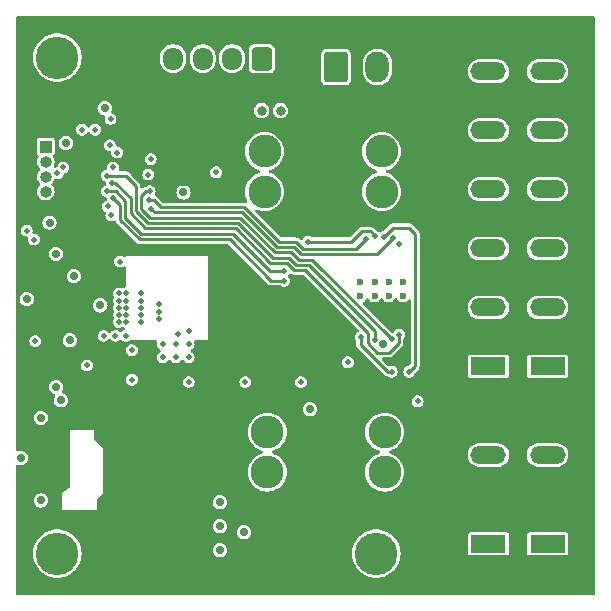
<source format=gbr>
%TF.GenerationSoftware,KiCad,Pcbnew,8.0.3*%
%TF.CreationDate,2024-06-13T00:54:22+02:00*%
%TF.ProjectId,pwm-ctrl,70776d2d-6374-4726-9c2e-6b696361645f,1*%
%TF.SameCoordinates,Original*%
%TF.FileFunction,Copper,L3,Inr*%
%TF.FilePolarity,Positive*%
%FSLAX46Y46*%
G04 Gerber Fmt 4.6, Leading zero omitted, Abs format (unit mm)*
G04 Created by KiCad (PCBNEW 8.0.3) date 2024-06-13 00:54:22*
%MOMM*%
%LPD*%
G01*
G04 APERTURE LIST*
G04 Aperture macros list*
%AMRoundRect*
0 Rectangle with rounded corners*
0 $1 Rounding radius*
0 $2 $3 $4 $5 $6 $7 $8 $9 X,Y pos of 4 corners*
0 Add a 4 corners polygon primitive as box body*
4,1,4,$2,$3,$4,$5,$6,$7,$8,$9,$2,$3,0*
0 Add four circle primitives for the rounded corners*
1,1,$1+$1,$2,$3*
1,1,$1+$1,$4,$5*
1,1,$1+$1,$6,$7*
1,1,$1+$1,$8,$9*
0 Add four rect primitives between the rounded corners*
20,1,$1+$1,$2,$3,$4,$5,0*
20,1,$1+$1,$4,$5,$6,$7,0*
20,1,$1+$1,$6,$7,$8,$9,0*
20,1,$1+$1,$8,$9,$2,$3,0*%
G04 Aperture macros list end*
%TA.AperFunction,ComponentPad*%
%ADD10C,3.600000*%
%TD*%
%TA.AperFunction,ComponentPad*%
%ADD11RoundRect,0.250000X0.600000X0.725000X-0.600000X0.725000X-0.600000X-0.725000X0.600000X-0.725000X0*%
%TD*%
%TA.AperFunction,ComponentPad*%
%ADD12O,1.700000X1.950000*%
%TD*%
%TA.AperFunction,ComponentPad*%
%ADD13C,2.780000*%
%TD*%
%TA.AperFunction,ComponentPad*%
%ADD14R,3.000000X1.500000*%
%TD*%
%TA.AperFunction,ComponentPad*%
%ADD15O,3.000000X1.500000*%
%TD*%
%TA.AperFunction,ComponentPad*%
%ADD16R,1.000000X1.000000*%
%TD*%
%TA.AperFunction,ComponentPad*%
%ADD17O,1.000000X1.000000*%
%TD*%
%TA.AperFunction,HeatsinkPad*%
%ADD18C,0.600000*%
%TD*%
%TA.AperFunction,ComponentPad*%
%ADD19RoundRect,0.250000X-0.750000X-1.050000X0.750000X-1.050000X0.750000X1.050000X-0.750000X1.050000X0*%
%TD*%
%TA.AperFunction,ComponentPad*%
%ADD20O,2.000000X2.600000*%
%TD*%
%TA.AperFunction,ViaPad*%
%ADD21C,0.700000*%
%TD*%
%TA.AperFunction,ViaPad*%
%ADD22C,0.500000*%
%TD*%
%TA.AperFunction,ViaPad*%
%ADD23C,0.800000*%
%TD*%
%TA.AperFunction,Conductor*%
%ADD24C,0.250000*%
%TD*%
G04 APERTURE END LIST*
D10*
%TO.N,GNDPWR*%
%TO.C,H1*%
X161000000Y-105600000D03*
%TD*%
D11*
%TO.N,Net-(J1-Pin_1)*%
%TO.C,J1*%
X178300000Y-105700000D03*
D12*
%TO.N,GNDPWR*%
X175800000Y-105700000D03*
%TO.N,/SCL*%
X173300000Y-105700000D03*
%TO.N,/SDA*%
X170800000Y-105700000D03*
%TD*%
D13*
%TO.N,VBAT*%
%TO.C,F3*%
X188710000Y-140700000D03*
X188710000Y-137300000D03*
%TO.N,VBAT_Fused*%
X178790000Y-140700000D03*
X178790000Y-137300000D03*
%TD*%
D14*
%TO.N,/OUT0*%
%TO.C,J4*%
X197500000Y-131750000D03*
X202500000Y-131750000D03*
D15*
%TO.N,/OUT1*%
X197500000Y-126750000D03*
X202500000Y-126750000D03*
%TO.N,/OUT2*%
X197500000Y-121750000D03*
X202500000Y-121750000D03*
%TO.N,/OUT3*%
X197500000Y-116750000D03*
X202500000Y-116750000D03*
%TO.N,GNDPWR*%
X197500000Y-111750000D03*
X202500000Y-111750000D03*
%TO.N,VH_Fused*%
X197500000Y-106750000D03*
X202500000Y-106750000D03*
%TD*%
D14*
%TO.N,GNDPWR*%
%TO.C,J5*%
X197500000Y-146750000D03*
X202500000Y-146750000D03*
D15*
%TO.N,VBAT*%
X197500000Y-139250000D03*
X202500000Y-139250000D03*
%TD*%
D16*
%TO.N,GNDPWR*%
%TO.C,J3*%
X160020000Y-113130000D03*
D17*
%TO.N,/~{RST}*%
X160020000Y-114400000D03*
%TO.N,/SWCLK*%
X160020000Y-115670000D03*
%TO.N,/SWDIO*%
X160020000Y-116940000D03*
%TD*%
D10*
%TO.N,GNDPWR*%
%TO.C,H3*%
X188000000Y-147600000D03*
%TD*%
D18*
%TO.N,VH*%
%TO.C,U5*%
X186660000Y-125775000D03*
X187860000Y-125775000D03*
X189060000Y-125775000D03*
X190260000Y-125775000D03*
X186660000Y-124575000D03*
X187860000Y-124575000D03*
X189060000Y-124575000D03*
X190260000Y-124575000D03*
%TD*%
D10*
%TO.N,GNDPWR*%
%TO.C,H2*%
X161000000Y-147600000D03*
%TD*%
D19*
%TO.N,/CAN+*%
%TO.C,J2*%
X184600000Y-106400000D03*
D20*
%TO.N,/CAN-*%
X188100000Y-106400000D03*
%TD*%
D13*
%TO.N,VH*%
%TO.C,F2*%
X178540000Y-113550000D03*
X178540000Y-116950000D03*
%TO.N,VH_Fused*%
X188460000Y-113550000D03*
X188460000Y-116950000D03*
%TD*%
D21*
%TO.N,GNDA*%
X164639881Y-126581438D03*
X162400000Y-124100000D03*
%TO.N,GNDPWR*%
X158406000Y-126043247D03*
X188601702Y-129875000D03*
X176784000Y-145796000D03*
D22*
X181610000Y-133070000D03*
D21*
X174752000Y-143256000D03*
D22*
X169635000Y-126495000D03*
X172110000Y-130970000D03*
X167310000Y-130370000D03*
X169910000Y-129870000D03*
D21*
X159600000Y-143100000D03*
D22*
X171010000Y-130970000D03*
X169635000Y-127120000D03*
X172110000Y-129870000D03*
X163510000Y-131670000D03*
X169910000Y-130970000D03*
X171010000Y-129870000D03*
D23*
X179900000Y-110100000D03*
D22*
X158395000Y-120244458D03*
X172110000Y-128770000D03*
D21*
X159600000Y-136100000D03*
X171678600Y-117017800D03*
D22*
X176910000Y-133070000D03*
X191500000Y-134700000D03*
X169635000Y-127745000D03*
D21*
X160860001Y-122221836D03*
D22*
X172110000Y-133070000D03*
D21*
X157900000Y-139500000D03*
X174752000Y-147320000D03*
D23*
X178300000Y-110100000D03*
D21*
X161734761Y-112834761D03*
X160340000Y-119570000D03*
X174752000Y-145288000D03*
X165000000Y-109900000D03*
D22*
X167310000Y-132870000D03*
X171210000Y-128970000D03*
%TO.N,/LX*%
X168110000Y-126770000D03*
X168110000Y-127970000D03*
X168110000Y-125570000D03*
X168110000Y-126170000D03*
X168110000Y-127370000D03*
D21*
%TO.N,VH*%
X162052000Y-129540000D03*
X182372000Y-135382000D03*
D22*
%TO.N,/EN*%
X165700000Y-114900000D03*
X159020000Y-121010000D03*
%TO.N,/SWDIO*%
X166065200Y-113639600D03*
%TO.N,/CH2*%
X189921312Y-129050000D03*
X165600000Y-116200000D03*
%TO.N,/SCL*%
X164200000Y-111700000D03*
X161508000Y-114900000D03*
%TO.N,/CH4*%
X180200000Y-124500000D03*
X165700000Y-117500000D03*
X182225000Y-121200000D03*
X187857457Y-120725000D03*
%TO.N,/CH1*%
X165200000Y-115600000D03*
X187885215Y-129474514D03*
%TO.N,/SDA*%
X161000000Y-115400000D03*
X163087500Y-111700000D03*
%TO.N,/CAN_RX*%
X168902760Y-114195753D03*
X174447200Y-115316000D03*
%TO.N,/SWCLK*%
X165455600Y-113030000D03*
%TO.N,/CH3*%
X165207933Y-116925000D03*
X189957572Y-121352781D03*
X180188057Y-123628059D03*
%TO.N,VDD*%
X163600000Y-134500000D03*
D21*
X162400000Y-119000000D03*
X160700000Y-138800000D03*
D22*
X161900000Y-110200000D03*
D21*
X158500000Y-118890000D03*
X171196000Y-111074200D03*
X160600000Y-140300000D03*
X166751000Y-106984800D03*
D22*
X188400000Y-134700000D03*
D21*
X171356430Y-115185057D03*
X173448161Y-115429794D03*
X173228000Y-116992400D03*
X166751000Y-108178600D03*
X171196000Y-110032800D03*
D22*
%TO.N,Net-(U5-SEn)*%
X186675000Y-129252208D03*
X189300000Y-132200000D03*
%TO.N,/BATT_VOLTAGE*%
X168700000Y-115500000D03*
X159131000Y-129600000D03*
X165500000Y-110800000D03*
X165575000Y-118949121D03*
%TO.N,/SEL0*%
X189412195Y-120868645D03*
X168945209Y-118384400D03*
%TO.N,/SENSE*%
X185600000Y-131400000D03*
X165300000Y-118200000D03*
%TO.N,/SEL1*%
X187161972Y-120921977D03*
X168725000Y-117667454D03*
%TO.N,VBAT_Fused*%
X166810000Y-127370000D03*
X166810000Y-125570000D03*
X166810002Y-129145000D03*
D21*
X161290000Y-134620000D03*
D22*
X166210000Y-126770000D03*
X164910000Y-129170000D03*
X166210000Y-126170000D03*
X166810000Y-127970000D03*
X166210000Y-127370000D03*
X166210000Y-125570000D03*
X166310000Y-122870000D03*
D21*
X160909000Y-133476998D03*
D22*
X166810000Y-126170000D03*
X166810000Y-126770000D03*
X166210000Y-127970000D03*
X165910000Y-129170000D03*
%TO.N,Net-(U5-CS)*%
X188673477Y-120774239D03*
X190800000Y-132200000D03*
%TO.N,/FRST*%
X189346312Y-129465049D03*
X168808749Y-116922142D03*
%TD*%
D24*
%TO.N,/CH2*%
X187300000Y-128900000D02*
X182003059Y-123603059D01*
X179039455Y-123003059D02*
X176086396Y-120050000D01*
X187300000Y-129800000D02*
X187300000Y-128900000D01*
X165872792Y-116200000D02*
X165600000Y-116200000D01*
X188100000Y-130600000D02*
X187300000Y-129800000D01*
X167200000Y-117527208D02*
X165872792Y-116200000D01*
X180446941Y-123003059D02*
X179039455Y-123003059D01*
X189921312Y-129050000D02*
X189921312Y-129747971D01*
X168450000Y-120050000D02*
X167200000Y-118800000D01*
X182003059Y-123603059D02*
X181046941Y-123603059D01*
X176086396Y-120050000D02*
X168450000Y-120050000D01*
X189921312Y-129747971D02*
X189069283Y-130600000D01*
X181046941Y-123603059D02*
X180446941Y-123003059D01*
X167200000Y-118800000D02*
X167200000Y-117527208D01*
X189069283Y-130600000D02*
X188100000Y-130600000D01*
%TO.N,/CH4*%
X185900000Y-121200000D02*
X186800000Y-120300000D01*
X165700000Y-117500000D02*
X166300000Y-118100000D01*
X186800000Y-120300000D02*
X187500000Y-120300000D01*
X175600000Y-121000000D02*
X179100000Y-124500000D01*
X182225000Y-121200000D02*
X185900000Y-121200000D01*
X166300000Y-119336396D02*
X167963604Y-121000000D01*
X166300000Y-118100000D02*
X166300000Y-119336396D01*
X187500000Y-120300000D02*
X187857457Y-120657457D01*
X167963604Y-121000000D02*
X175600000Y-121000000D01*
X187857457Y-120657457D02*
X187857457Y-120725000D01*
X179100000Y-124500000D02*
X180200000Y-124500000D01*
%TO.N,/CH1*%
X182316663Y-123153059D02*
X187885215Y-128721611D01*
X187885215Y-128721611D02*
X187885215Y-129474514D01*
X165200000Y-115600000D02*
X166800000Y-115600000D01*
X179225851Y-122553059D02*
X180633337Y-122553059D01*
X168636396Y-119600000D02*
X176272792Y-119600000D01*
X167650000Y-118613604D02*
X168636396Y-119600000D01*
X167650000Y-116450000D02*
X167650000Y-118613604D01*
X181233337Y-123153059D02*
X182316663Y-123153059D01*
X180633337Y-122553059D02*
X181233337Y-123153059D01*
X176272792Y-119600000D02*
X179225851Y-122553059D01*
X166800000Y-115600000D02*
X167650000Y-116450000D01*
%TO.N,/CH3*%
X166750000Y-119150000D02*
X168100000Y-120500000D01*
X175900000Y-120500000D02*
X179028059Y-123628059D01*
X165961396Y-116925000D02*
X166750000Y-117713604D01*
X179028059Y-123628059D02*
X180188057Y-123628059D01*
X168100000Y-120500000D02*
X175900000Y-120500000D01*
X165207933Y-116925000D02*
X165961396Y-116925000D01*
X166750000Y-117713604D02*
X166750000Y-119150000D01*
%TO.N,Net-(U5-SEn)*%
X189300000Y-132200000D02*
X188963604Y-132200000D01*
X186675000Y-129911396D02*
X186675000Y-129252208D01*
X188963604Y-132200000D02*
X186675000Y-129911396D01*
%TO.N,/SEL0*%
X176645584Y-118700000D02*
X169260809Y-118700000D01*
X169260809Y-118700000D02*
X168945209Y-118384400D01*
X188027781Y-122253059D02*
X181606129Y-122253059D01*
X179598643Y-121653059D02*
X176645584Y-118700000D01*
X189412195Y-120868645D02*
X188027781Y-122253059D01*
X181606129Y-122253059D02*
X181006129Y-121653059D01*
X181006129Y-121653059D02*
X179598643Y-121653059D01*
%TO.N,/SEL1*%
X179785039Y-121203059D02*
X176831980Y-118250000D01*
X187161972Y-120921977D02*
X186280890Y-121803059D01*
X176831980Y-118250000D02*
X169750000Y-118250000D01*
X169750000Y-118250000D02*
X169167454Y-117667454D01*
X181792525Y-121803059D02*
X181192525Y-121203059D01*
X181192525Y-121203059D02*
X179785039Y-121203059D01*
X186280890Y-121803059D02*
X181792525Y-121803059D01*
X169167454Y-117667454D02*
X168725000Y-117667454D01*
%TO.N,Net-(U5-CS)*%
X190800000Y-120000000D02*
X189447716Y-120000000D01*
X189447716Y-120000000D02*
X188673477Y-120774239D01*
X191300000Y-131700000D02*
X191300000Y-120500000D01*
X190800000Y-132200000D02*
X191300000Y-131700000D01*
X191300000Y-120500000D02*
X190800000Y-120000000D01*
%TO.N,/FRST*%
X189346312Y-129465049D02*
X182584322Y-122703059D01*
X182584322Y-122703059D02*
X181419733Y-122703059D01*
X179412247Y-122103059D02*
X176459188Y-119150000D01*
X168477858Y-116922142D02*
X168808749Y-116922142D01*
X168100000Y-118423075D02*
X168100000Y-117300000D01*
X180819733Y-122103059D02*
X179412247Y-122103059D01*
X168826925Y-119150000D02*
X168100000Y-118423075D01*
X168100000Y-117300000D02*
X168477858Y-116922142D01*
X181419733Y-122703059D02*
X180819733Y-122103059D01*
X176459188Y-119150000D02*
X168826925Y-119150000D01*
%TD*%
%TA.AperFunction,Conductor*%
%TO.N,VDD*%
G36*
X206442539Y-102120185D02*
G01*
X206488294Y-102172989D01*
X206499500Y-102224500D01*
X206499500Y-150975500D01*
X206479815Y-151042539D01*
X206427011Y-151088294D01*
X206375500Y-151099500D01*
X157624500Y-151099500D01*
X157557461Y-151079815D01*
X157511706Y-151027011D01*
X157500500Y-150975500D01*
X157500500Y-147600000D01*
X158944709Y-147600000D01*
X158963851Y-147879862D01*
X158963852Y-147879864D01*
X159020921Y-148154499D01*
X159020926Y-148154516D01*
X159114863Y-148418828D01*
X159114864Y-148418830D01*
X159243919Y-148667896D01*
X159405688Y-148897069D01*
X159405692Y-148897073D01*
X159405692Y-148897074D01*
X159597154Y-149102080D01*
X159597155Y-149102081D01*
X159814754Y-149279111D01*
X159814756Y-149279112D01*
X159814757Y-149279113D01*
X160054433Y-149424863D01*
X160263257Y-149515567D01*
X160311725Y-149536620D01*
X160581839Y-149612303D01*
X160826159Y-149645884D01*
X160859741Y-149650500D01*
X160859742Y-149650500D01*
X161140259Y-149650500D01*
X161170219Y-149646381D01*
X161418161Y-149612303D01*
X161688275Y-149536620D01*
X161945568Y-149424862D01*
X162185246Y-149279111D01*
X162402845Y-149102081D01*
X162594312Y-148897069D01*
X162756081Y-148667896D01*
X162885136Y-148418830D01*
X162979075Y-148154511D01*
X162979076Y-148154504D01*
X162979078Y-148154499D01*
X163030915Y-147905043D01*
X163036148Y-147879862D01*
X163055291Y-147600000D01*
X163036148Y-147320138D01*
X163036119Y-147319998D01*
X174146318Y-147319998D01*
X174146318Y-147320001D01*
X174166955Y-147476760D01*
X174166956Y-147476762D01*
X174227464Y-147622841D01*
X174323718Y-147748282D01*
X174449159Y-147844536D01*
X174595238Y-147905044D01*
X174673619Y-147915363D01*
X174751999Y-147925682D01*
X174752000Y-147925682D01*
X174752001Y-147925682D01*
X174804254Y-147918802D01*
X174908762Y-147905044D01*
X175054841Y-147844536D01*
X175180282Y-147748282D01*
X175276536Y-147622841D01*
X175285997Y-147600000D01*
X185944709Y-147600000D01*
X185963851Y-147879862D01*
X185963852Y-147879864D01*
X186020921Y-148154499D01*
X186020926Y-148154516D01*
X186114863Y-148418828D01*
X186114864Y-148418830D01*
X186243919Y-148667896D01*
X186405688Y-148897069D01*
X186405692Y-148897073D01*
X186405692Y-148897074D01*
X186597154Y-149102080D01*
X186597155Y-149102081D01*
X186814754Y-149279111D01*
X186814756Y-149279112D01*
X186814757Y-149279113D01*
X187054433Y-149424863D01*
X187263257Y-149515567D01*
X187311725Y-149536620D01*
X187581839Y-149612303D01*
X187826159Y-149645884D01*
X187859741Y-149650500D01*
X187859742Y-149650500D01*
X188140259Y-149650500D01*
X188170219Y-149646381D01*
X188418161Y-149612303D01*
X188688275Y-149536620D01*
X188945568Y-149424862D01*
X189185246Y-149279111D01*
X189402845Y-149102081D01*
X189594312Y-148897069D01*
X189756081Y-148667896D01*
X189885136Y-148418830D01*
X189979075Y-148154511D01*
X189979076Y-148154504D01*
X189979078Y-148154499D01*
X190030915Y-147905043D01*
X190036148Y-147879862D01*
X190055291Y-147600000D01*
X190036148Y-147320138D01*
X190003544Y-147163238D01*
X189979078Y-147045500D01*
X189979073Y-147045483D01*
X189890216Y-146795464D01*
X189885136Y-146781170D01*
X189756081Y-146532104D01*
X189594312Y-146302931D01*
X189594307Y-146302925D01*
X189402845Y-146097919D01*
X189252152Y-145975321D01*
X195749500Y-145975321D01*
X195749500Y-147524678D01*
X195764032Y-147597735D01*
X195764033Y-147597739D01*
X195764034Y-147597740D01*
X195819399Y-147680601D01*
X195902260Y-147735966D01*
X195902264Y-147735967D01*
X195975321Y-147750499D01*
X195975324Y-147750500D01*
X195975326Y-147750500D01*
X199024676Y-147750500D01*
X199024677Y-147750499D01*
X199097740Y-147735966D01*
X199180601Y-147680601D01*
X199235966Y-147597740D01*
X199250500Y-147524674D01*
X199250500Y-145975326D01*
X199250500Y-145975323D01*
X199250499Y-145975321D01*
X200749500Y-145975321D01*
X200749500Y-147524678D01*
X200764032Y-147597735D01*
X200764033Y-147597739D01*
X200764034Y-147597740D01*
X200819399Y-147680601D01*
X200902260Y-147735966D01*
X200902264Y-147735967D01*
X200975321Y-147750499D01*
X200975324Y-147750500D01*
X200975326Y-147750500D01*
X204024676Y-147750500D01*
X204024677Y-147750499D01*
X204097740Y-147735966D01*
X204180601Y-147680601D01*
X204235966Y-147597740D01*
X204250500Y-147524674D01*
X204250500Y-145975326D01*
X204250500Y-145975323D01*
X204250499Y-145975321D01*
X204235967Y-145902264D01*
X204235966Y-145902260D01*
X204230234Y-145893682D01*
X204180601Y-145819399D01*
X204097740Y-145764034D01*
X204097739Y-145764033D01*
X204097735Y-145764032D01*
X204024677Y-145749500D01*
X204024674Y-145749500D01*
X200975326Y-145749500D01*
X200975323Y-145749500D01*
X200902264Y-145764032D01*
X200902260Y-145764033D01*
X200819399Y-145819399D01*
X200764033Y-145902260D01*
X200764032Y-145902264D01*
X200749500Y-145975321D01*
X199250499Y-145975321D01*
X199235967Y-145902264D01*
X199235966Y-145902260D01*
X199230234Y-145893682D01*
X199180601Y-145819399D01*
X199097740Y-145764034D01*
X199097739Y-145764033D01*
X199097735Y-145764032D01*
X199024677Y-145749500D01*
X199024674Y-145749500D01*
X195975326Y-145749500D01*
X195975323Y-145749500D01*
X195902264Y-145764032D01*
X195902260Y-145764033D01*
X195819399Y-145819399D01*
X195764033Y-145902260D01*
X195764032Y-145902264D01*
X195749500Y-145975321D01*
X189252152Y-145975321D01*
X189224423Y-145952762D01*
X189185246Y-145920889D01*
X189185244Y-145920888D01*
X189185242Y-145920886D01*
X188945566Y-145775136D01*
X188688276Y-145663380D01*
X188418166Y-145587698D01*
X188418162Y-145587697D01*
X188418161Y-145587697D01*
X188279209Y-145568598D01*
X188140259Y-145549500D01*
X188140258Y-145549500D01*
X187859742Y-145549500D01*
X187859741Y-145549500D01*
X187581839Y-145587697D01*
X187581833Y-145587698D01*
X187311723Y-145663380D01*
X187054433Y-145775136D01*
X186814757Y-145920886D01*
X186597154Y-146097919D01*
X186405692Y-146302925D01*
X186405692Y-146302926D01*
X186405689Y-146302928D01*
X186405688Y-146302931D01*
X186340982Y-146394597D01*
X186243919Y-146532103D01*
X186114863Y-146781171D01*
X186020926Y-147045483D01*
X186020921Y-147045500D01*
X185963852Y-147320135D01*
X185963851Y-147320137D01*
X185944709Y-147600000D01*
X175285997Y-147600000D01*
X175337044Y-147476762D01*
X175357682Y-147320000D01*
X175337044Y-147163238D01*
X175276536Y-147017159D01*
X175180282Y-146891718D01*
X175054841Y-146795464D01*
X175020332Y-146781170D01*
X174908762Y-146734956D01*
X174908760Y-146734955D01*
X174752001Y-146714318D01*
X174751999Y-146714318D01*
X174595239Y-146734955D01*
X174595237Y-146734956D01*
X174449160Y-146795463D01*
X174323718Y-146891718D01*
X174227463Y-147017160D01*
X174166956Y-147163237D01*
X174166955Y-147163239D01*
X174146318Y-147319998D01*
X163036119Y-147319998D01*
X163003544Y-147163238D01*
X162979078Y-147045500D01*
X162979073Y-147045483D01*
X162890216Y-146795464D01*
X162885136Y-146781170D01*
X162756081Y-146532104D01*
X162594312Y-146302931D01*
X162594307Y-146302925D01*
X162402845Y-146097919D01*
X162224423Y-145952762D01*
X162185246Y-145920889D01*
X162185244Y-145920888D01*
X162185242Y-145920886D01*
X161945566Y-145775136D01*
X161688276Y-145663380D01*
X161418166Y-145587698D01*
X161418162Y-145587697D01*
X161418161Y-145587697D01*
X161279209Y-145568598D01*
X161140259Y-145549500D01*
X161140258Y-145549500D01*
X160859742Y-145549500D01*
X160859741Y-145549500D01*
X160581839Y-145587697D01*
X160581833Y-145587698D01*
X160311723Y-145663380D01*
X160054433Y-145775136D01*
X159814757Y-145920886D01*
X159597154Y-146097919D01*
X159405692Y-146302925D01*
X159405692Y-146302926D01*
X159405689Y-146302928D01*
X159405688Y-146302931D01*
X159340982Y-146394597D01*
X159243919Y-146532103D01*
X159114863Y-146781171D01*
X159020926Y-147045483D01*
X159020921Y-147045500D01*
X158963852Y-147320135D01*
X158963851Y-147320137D01*
X158944709Y-147600000D01*
X157500500Y-147600000D01*
X157500500Y-145287998D01*
X174146318Y-145287998D01*
X174146318Y-145288001D01*
X174166955Y-145444760D01*
X174166956Y-145444762D01*
X174227464Y-145590841D01*
X174323718Y-145716282D01*
X174449159Y-145812536D01*
X174595238Y-145873044D01*
X174673619Y-145883363D01*
X174751999Y-145893682D01*
X174752000Y-145893682D01*
X174752001Y-145893682D01*
X174804254Y-145886802D01*
X174908762Y-145873044D01*
X175054841Y-145812536D01*
X175076394Y-145795998D01*
X176178318Y-145795998D01*
X176178318Y-145796001D01*
X176198955Y-145952760D01*
X176198956Y-145952762D01*
X176259464Y-146098841D01*
X176355718Y-146224282D01*
X176481159Y-146320536D01*
X176627238Y-146381044D01*
X176705619Y-146391363D01*
X176783999Y-146401682D01*
X176784000Y-146401682D01*
X176784001Y-146401682D01*
X176836254Y-146394802D01*
X176940762Y-146381044D01*
X177086841Y-146320536D01*
X177212282Y-146224282D01*
X177308536Y-146098841D01*
X177369044Y-145952762D01*
X177382802Y-145848254D01*
X177389682Y-145796001D01*
X177389682Y-145795998D01*
X177369044Y-145639239D01*
X177369044Y-145639238D01*
X177308536Y-145493159D01*
X177212282Y-145367718D01*
X177086841Y-145271464D01*
X176940762Y-145210956D01*
X176940760Y-145210955D01*
X176784001Y-145190318D01*
X176783999Y-145190318D01*
X176627239Y-145210955D01*
X176627237Y-145210956D01*
X176481160Y-145271463D01*
X176355718Y-145367718D01*
X176259463Y-145493160D01*
X176198956Y-145639237D01*
X176198955Y-145639239D01*
X176178318Y-145795998D01*
X175076394Y-145795998D01*
X175180282Y-145716282D01*
X175276536Y-145590841D01*
X175337044Y-145444762D01*
X175357682Y-145288000D01*
X175337044Y-145131238D01*
X175276536Y-144985159D01*
X175180282Y-144859718D01*
X175054841Y-144763464D01*
X174908762Y-144702956D01*
X174908760Y-144702955D01*
X174752001Y-144682318D01*
X174751999Y-144682318D01*
X174595239Y-144702955D01*
X174595237Y-144702956D01*
X174449160Y-144763463D01*
X174323718Y-144859718D01*
X174227463Y-144985160D01*
X174166956Y-145131237D01*
X174166955Y-145131239D01*
X174146318Y-145287998D01*
X157500500Y-145287998D01*
X157500500Y-143099998D01*
X158994318Y-143099998D01*
X158994318Y-143100001D01*
X159014955Y-143256760D01*
X159014956Y-143256762D01*
X159075464Y-143402841D01*
X159171718Y-143528282D01*
X159297159Y-143624536D01*
X159443238Y-143685044D01*
X159521619Y-143695363D01*
X159599999Y-143705682D01*
X159600000Y-143705682D01*
X159600001Y-143705682D01*
X159652254Y-143698802D01*
X159756762Y-143685044D01*
X159902841Y-143624536D01*
X160028282Y-143528282D01*
X160124536Y-143402841D01*
X160185044Y-143256762D01*
X160205682Y-143100000D01*
X160185044Y-142943238D01*
X160124536Y-142797159D01*
X160028282Y-142671718D01*
X159902841Y-142575464D01*
X159756762Y-142514956D01*
X159756760Y-142514955D01*
X159600001Y-142494318D01*
X159599999Y-142494318D01*
X159443239Y-142514955D01*
X159443237Y-142514956D01*
X159297160Y-142575463D01*
X159171718Y-142671718D01*
X159075463Y-142797160D01*
X159014956Y-142943237D01*
X159014955Y-142943239D01*
X158994318Y-143099998D01*
X157500500Y-143099998D01*
X157500500Y-142470000D01*
X161420000Y-142470000D01*
X161420000Y-143930000D01*
X164379999Y-143930000D01*
X164380000Y-143930000D01*
X164349496Y-143255998D01*
X174146318Y-143255998D01*
X174146318Y-143256001D01*
X174166955Y-143412760D01*
X174166956Y-143412762D01*
X174214805Y-143528281D01*
X174227464Y-143558841D01*
X174323718Y-143684282D01*
X174449159Y-143780536D01*
X174595238Y-143841044D01*
X174673619Y-143851363D01*
X174751999Y-143861682D01*
X174752000Y-143861682D01*
X174752001Y-143861682D01*
X174804254Y-143854802D01*
X174908762Y-143841044D01*
X175054841Y-143780536D01*
X175180282Y-143684282D01*
X175276536Y-143558841D01*
X175337044Y-143412762D01*
X175357682Y-143256000D01*
X175337044Y-143099238D01*
X175276536Y-142953159D01*
X175180282Y-142827718D01*
X175054841Y-142731464D01*
X174908762Y-142670956D01*
X174908760Y-142670955D01*
X174752001Y-142650318D01*
X174751999Y-142650318D01*
X174595239Y-142670955D01*
X174595237Y-142670956D01*
X174449160Y-142731463D01*
X174323718Y-142827718D01*
X174227463Y-142953160D01*
X174166956Y-143099237D01*
X174166955Y-143099239D01*
X174146318Y-143255998D01*
X164349496Y-143255998D01*
X164340472Y-143056621D01*
X164357105Y-142988761D01*
X164376660Y-142963339D01*
X164846000Y-142494000D01*
X164846000Y-138684000D01*
X164120319Y-137958319D01*
X164086834Y-137896996D01*
X164084000Y-137870638D01*
X164084000Y-137300000D01*
X177144427Y-137300000D01*
X177164687Y-137557427D01*
X177224964Y-137808500D01*
X177224968Y-137808512D01*
X177323781Y-138047070D01*
X177323783Y-138047074D01*
X177323784Y-138047075D01*
X177458703Y-138267244D01*
X177626404Y-138463596D01*
X177822756Y-138631297D01*
X178042925Y-138766216D01*
X178042927Y-138766216D01*
X178042929Y-138766218D01*
X178117312Y-138797028D01*
X178281490Y-138865033D01*
X178313803Y-138872790D01*
X178341441Y-138879426D01*
X178402033Y-138914217D01*
X178434197Y-138976243D01*
X178427721Y-139045812D01*
X178384662Y-139100836D01*
X178341441Y-139120574D01*
X178281499Y-139134964D01*
X178281487Y-139134968D01*
X178042929Y-139233781D01*
X177822755Y-139368703D01*
X177626404Y-139536404D01*
X177458703Y-139732755D01*
X177323781Y-139952929D01*
X177224968Y-140191487D01*
X177224964Y-140191499D01*
X177164687Y-140442572D01*
X177144427Y-140700000D01*
X177164687Y-140957427D01*
X177224964Y-141208500D01*
X177224968Y-141208512D01*
X177323781Y-141447070D01*
X177323783Y-141447074D01*
X177323784Y-141447075D01*
X177458703Y-141667244D01*
X177626404Y-141863596D01*
X177822756Y-142031297D01*
X178042925Y-142166216D01*
X178042927Y-142166216D01*
X178042929Y-142166218D01*
X178117312Y-142197028D01*
X178281490Y-142265033D01*
X178532576Y-142325313D01*
X178790000Y-142345573D01*
X179047424Y-142325313D01*
X179298510Y-142265033D01*
X179537075Y-142166216D01*
X179757244Y-142031297D01*
X179953596Y-141863596D01*
X180121297Y-141667244D01*
X180256216Y-141447075D01*
X180355033Y-141208510D01*
X180415313Y-140957424D01*
X180435573Y-140700000D01*
X180415313Y-140442576D01*
X180355033Y-140191490D01*
X180256216Y-139952925D01*
X180121297Y-139732756D01*
X179953596Y-139536404D01*
X179757244Y-139368703D01*
X179537075Y-139233784D01*
X179537074Y-139233783D01*
X179537070Y-139233781D01*
X179298512Y-139134968D01*
X179298514Y-139134968D01*
X179298510Y-139134967D01*
X179298506Y-139134966D01*
X179298497Y-139134963D01*
X179238559Y-139120574D01*
X179177966Y-139085784D01*
X179145802Y-139023758D01*
X179152278Y-138954189D01*
X179195337Y-138899165D01*
X179238559Y-138879426D01*
X179270437Y-138871772D01*
X179298510Y-138865033D01*
X179537075Y-138766216D01*
X179757244Y-138631297D01*
X179953596Y-138463596D01*
X180121297Y-138267244D01*
X180256216Y-138047075D01*
X180355033Y-137808510D01*
X180415313Y-137557424D01*
X180435573Y-137300000D01*
X187064427Y-137300000D01*
X187084687Y-137557427D01*
X187144964Y-137808500D01*
X187144968Y-137808512D01*
X187243781Y-138047070D01*
X187243783Y-138047074D01*
X187243784Y-138047075D01*
X187378703Y-138267244D01*
X187546404Y-138463596D01*
X187742756Y-138631297D01*
X187962925Y-138766216D01*
X187962927Y-138766216D01*
X187962929Y-138766218D01*
X188037312Y-138797028D01*
X188201490Y-138865033D01*
X188233803Y-138872790D01*
X188261441Y-138879426D01*
X188322033Y-138914217D01*
X188354197Y-138976243D01*
X188347721Y-139045812D01*
X188304662Y-139100836D01*
X188261441Y-139120574D01*
X188201499Y-139134964D01*
X188201487Y-139134968D01*
X187962929Y-139233781D01*
X187742755Y-139368703D01*
X187546404Y-139536404D01*
X187378703Y-139732755D01*
X187243781Y-139952929D01*
X187144968Y-140191487D01*
X187144964Y-140191499D01*
X187084687Y-140442572D01*
X187064427Y-140700000D01*
X187084687Y-140957427D01*
X187144964Y-141208500D01*
X187144968Y-141208512D01*
X187243781Y-141447070D01*
X187243783Y-141447074D01*
X187243784Y-141447075D01*
X187378703Y-141667244D01*
X187546404Y-141863596D01*
X187742756Y-142031297D01*
X187962925Y-142166216D01*
X187962927Y-142166216D01*
X187962929Y-142166218D01*
X188037312Y-142197028D01*
X188201490Y-142265033D01*
X188452576Y-142325313D01*
X188710000Y-142345573D01*
X188967424Y-142325313D01*
X189218510Y-142265033D01*
X189457075Y-142166216D01*
X189677244Y-142031297D01*
X189873596Y-141863596D01*
X190041297Y-141667244D01*
X190176216Y-141447075D01*
X190275033Y-141208510D01*
X190335313Y-140957424D01*
X190355573Y-140700000D01*
X190335313Y-140442576D01*
X190275033Y-140191490D01*
X190176216Y-139952925D01*
X190041297Y-139732756D01*
X189873596Y-139536404D01*
X189677244Y-139368703D01*
X189644346Y-139348543D01*
X195749499Y-139348543D01*
X195787947Y-139541829D01*
X195787950Y-139541839D01*
X195863364Y-139723907D01*
X195863371Y-139723920D01*
X195972860Y-139887781D01*
X195972863Y-139887785D01*
X196112214Y-140027136D01*
X196112218Y-140027139D01*
X196276079Y-140136628D01*
X196276092Y-140136635D01*
X196458160Y-140212049D01*
X196458165Y-140212051D01*
X196458169Y-140212051D01*
X196458170Y-140212052D01*
X196651456Y-140250500D01*
X196651459Y-140250500D01*
X198348543Y-140250500D01*
X198478582Y-140224632D01*
X198541835Y-140212051D01*
X198723914Y-140136632D01*
X198887782Y-140027139D01*
X199027139Y-139887782D01*
X199136632Y-139723914D01*
X199212051Y-139541835D01*
X199224632Y-139478582D01*
X199250500Y-139348543D01*
X200749499Y-139348543D01*
X200787947Y-139541829D01*
X200787950Y-139541839D01*
X200863364Y-139723907D01*
X200863371Y-139723920D01*
X200972860Y-139887781D01*
X200972863Y-139887785D01*
X201112214Y-140027136D01*
X201112218Y-140027139D01*
X201276079Y-140136628D01*
X201276092Y-140136635D01*
X201458160Y-140212049D01*
X201458165Y-140212051D01*
X201458169Y-140212051D01*
X201458170Y-140212052D01*
X201651456Y-140250500D01*
X201651459Y-140250500D01*
X203348543Y-140250500D01*
X203478582Y-140224632D01*
X203541835Y-140212051D01*
X203723914Y-140136632D01*
X203887782Y-140027139D01*
X204027139Y-139887782D01*
X204136632Y-139723914D01*
X204212051Y-139541835D01*
X204224632Y-139478582D01*
X204250500Y-139348543D01*
X204250500Y-139151456D01*
X204212052Y-138958170D01*
X204212051Y-138958169D01*
X204212051Y-138958165D01*
X204206384Y-138944483D01*
X204136635Y-138776092D01*
X204136628Y-138776079D01*
X204027139Y-138612218D01*
X204027136Y-138612214D01*
X203887785Y-138472863D01*
X203887781Y-138472860D01*
X203723920Y-138363371D01*
X203723907Y-138363364D01*
X203541839Y-138287950D01*
X203541829Y-138287947D01*
X203348543Y-138249500D01*
X203348541Y-138249500D01*
X201651459Y-138249500D01*
X201651457Y-138249500D01*
X201458170Y-138287947D01*
X201458160Y-138287950D01*
X201276092Y-138363364D01*
X201276079Y-138363371D01*
X201112218Y-138472860D01*
X201112214Y-138472863D01*
X200972863Y-138612214D01*
X200972860Y-138612218D01*
X200863371Y-138776079D01*
X200863364Y-138776092D01*
X200787950Y-138958160D01*
X200787947Y-138958170D01*
X200749500Y-139151456D01*
X200749500Y-139151459D01*
X200749500Y-139348541D01*
X200749500Y-139348543D01*
X200749499Y-139348543D01*
X199250500Y-139348543D01*
X199250500Y-139151456D01*
X199212052Y-138958170D01*
X199212051Y-138958169D01*
X199212051Y-138958165D01*
X199206384Y-138944483D01*
X199136635Y-138776092D01*
X199136628Y-138776079D01*
X199027139Y-138612218D01*
X199027136Y-138612214D01*
X198887785Y-138472863D01*
X198887781Y-138472860D01*
X198723920Y-138363371D01*
X198723907Y-138363364D01*
X198541839Y-138287950D01*
X198541829Y-138287947D01*
X198348543Y-138249500D01*
X198348541Y-138249500D01*
X196651459Y-138249500D01*
X196651457Y-138249500D01*
X196458170Y-138287947D01*
X196458160Y-138287950D01*
X196276092Y-138363364D01*
X196276079Y-138363371D01*
X196112218Y-138472860D01*
X196112214Y-138472863D01*
X195972863Y-138612214D01*
X195972860Y-138612218D01*
X195863371Y-138776079D01*
X195863364Y-138776092D01*
X195787950Y-138958160D01*
X195787947Y-138958170D01*
X195749500Y-139151456D01*
X195749500Y-139151459D01*
X195749500Y-139348541D01*
X195749500Y-139348543D01*
X195749499Y-139348543D01*
X189644346Y-139348543D01*
X189457075Y-139233784D01*
X189457074Y-139233783D01*
X189457070Y-139233781D01*
X189218512Y-139134968D01*
X189218514Y-139134968D01*
X189218510Y-139134967D01*
X189218506Y-139134966D01*
X189218497Y-139134963D01*
X189158559Y-139120574D01*
X189097966Y-139085784D01*
X189065802Y-139023758D01*
X189072278Y-138954189D01*
X189115337Y-138899165D01*
X189158559Y-138879426D01*
X189190437Y-138871772D01*
X189218510Y-138865033D01*
X189457075Y-138766216D01*
X189677244Y-138631297D01*
X189873596Y-138463596D01*
X190041297Y-138267244D01*
X190176216Y-138047075D01*
X190275033Y-137808510D01*
X190335313Y-137557424D01*
X190355573Y-137300000D01*
X190335313Y-137042576D01*
X190275033Y-136791490D01*
X190176216Y-136552925D01*
X190041297Y-136332756D01*
X189873596Y-136136404D01*
X189677244Y-135968703D01*
X189457075Y-135833784D01*
X189457074Y-135833783D01*
X189457070Y-135833781D01*
X189218512Y-135734968D01*
X189218514Y-135734968D01*
X189218510Y-135734967D01*
X189218506Y-135734966D01*
X189218500Y-135734964D01*
X188967427Y-135674687D01*
X188710000Y-135654427D01*
X188452572Y-135674687D01*
X188201499Y-135734964D01*
X188201487Y-135734968D01*
X187962929Y-135833781D01*
X187742755Y-135968703D01*
X187546404Y-136136404D01*
X187378703Y-136332755D01*
X187243781Y-136552929D01*
X187144968Y-136791487D01*
X187144964Y-136791499D01*
X187084687Y-137042572D01*
X187064427Y-137300000D01*
X180435573Y-137300000D01*
X180415313Y-137042576D01*
X180355033Y-136791490D01*
X180256216Y-136552925D01*
X180121297Y-136332756D01*
X179953596Y-136136404D01*
X179757244Y-135968703D01*
X179537075Y-135833784D01*
X179537074Y-135833783D01*
X179537070Y-135833781D01*
X179298512Y-135734968D01*
X179298514Y-135734968D01*
X179298510Y-135734967D01*
X179298506Y-135734966D01*
X179298500Y-135734964D01*
X179047427Y-135674687D01*
X178790000Y-135654427D01*
X178532572Y-135674687D01*
X178281499Y-135734964D01*
X178281487Y-135734968D01*
X178042929Y-135833781D01*
X177822755Y-135968703D01*
X177626404Y-136136404D01*
X177458703Y-136332755D01*
X177323781Y-136552929D01*
X177224968Y-136791487D01*
X177224964Y-136791499D01*
X177164687Y-137042572D01*
X177144427Y-137300000D01*
X164084000Y-137300000D01*
X164084000Y-137160000D01*
X162052000Y-137160000D01*
X162052000Y-141924777D01*
X162032315Y-141991816D01*
X162003393Y-142023224D01*
X161687640Y-142265035D01*
X161420000Y-142470000D01*
X157500500Y-142470000D01*
X157500500Y-140170077D01*
X157520185Y-140103038D01*
X157572989Y-140057283D01*
X157642147Y-140047339D01*
X157671947Y-140055514D01*
X157743238Y-140085044D01*
X157821619Y-140095363D01*
X157899999Y-140105682D01*
X157900000Y-140105682D01*
X157900001Y-140105682D01*
X157952254Y-140098802D01*
X158056762Y-140085044D01*
X158202841Y-140024536D01*
X158328282Y-139928282D01*
X158424536Y-139802841D01*
X158485044Y-139656762D01*
X158505682Y-139500000D01*
X158485044Y-139343238D01*
X158424536Y-139197159D01*
X158328282Y-139071718D01*
X158202841Y-138975464D01*
X158128046Y-138944483D01*
X158056762Y-138914956D01*
X158056760Y-138914955D01*
X157900001Y-138894318D01*
X157899999Y-138894318D01*
X157743239Y-138914955D01*
X157743234Y-138914957D01*
X157671952Y-138944483D01*
X157602483Y-138951952D01*
X157540004Y-138920676D01*
X157504352Y-138860587D01*
X157500500Y-138829922D01*
X157500500Y-136099998D01*
X158994318Y-136099998D01*
X158994318Y-136100001D01*
X159014955Y-136256760D01*
X159014956Y-136256762D01*
X159075464Y-136402841D01*
X159171718Y-136528282D01*
X159297159Y-136624536D01*
X159443238Y-136685044D01*
X159521619Y-136695363D01*
X159599999Y-136705682D01*
X159600000Y-136705682D01*
X159600001Y-136705682D01*
X159652254Y-136698802D01*
X159756762Y-136685044D01*
X159902841Y-136624536D01*
X160028282Y-136528282D01*
X160124536Y-136402841D01*
X160185044Y-136256762D01*
X160205682Y-136100000D01*
X160185044Y-135943238D01*
X160124536Y-135797159D01*
X160028282Y-135671718D01*
X159902841Y-135575464D01*
X159756762Y-135514956D01*
X159756760Y-135514955D01*
X159600001Y-135494318D01*
X159599999Y-135494318D01*
X159443239Y-135514955D01*
X159443237Y-135514956D01*
X159297160Y-135575463D01*
X159171718Y-135671718D01*
X159075463Y-135797160D01*
X159014956Y-135943237D01*
X159014955Y-135943239D01*
X158994318Y-136099998D01*
X157500500Y-136099998D01*
X157500500Y-135381998D01*
X181766318Y-135381998D01*
X181766318Y-135382001D01*
X181786955Y-135538760D01*
X181786956Y-135538762D01*
X181847464Y-135684841D01*
X181943718Y-135810282D01*
X182069159Y-135906536D01*
X182215238Y-135967044D01*
X182293619Y-135977363D01*
X182371999Y-135987682D01*
X182372000Y-135987682D01*
X182372001Y-135987682D01*
X182424254Y-135980802D01*
X182528762Y-135967044D01*
X182674841Y-135906536D01*
X182800282Y-135810282D01*
X182896536Y-135684841D01*
X182957044Y-135538762D01*
X182977682Y-135382000D01*
X182957044Y-135225238D01*
X182896536Y-135079159D01*
X182800282Y-134953718D01*
X182674841Y-134857464D01*
X182528762Y-134796956D01*
X182528760Y-134796955D01*
X182372001Y-134776318D01*
X182371999Y-134776318D01*
X182215239Y-134796955D01*
X182215237Y-134796956D01*
X182069160Y-134857463D01*
X181943718Y-134953718D01*
X181847463Y-135079160D01*
X181786956Y-135225237D01*
X181786955Y-135225239D01*
X181766318Y-135381998D01*
X157500500Y-135381998D01*
X157500500Y-133476996D01*
X160303318Y-133476996D01*
X160303318Y-133476999D01*
X160323955Y-133633758D01*
X160323956Y-133633760D01*
X160384464Y-133779839D01*
X160480718Y-133905280D01*
X160606159Y-134001534D01*
X160752238Y-134062042D01*
X160752239Y-134062042D01*
X160759747Y-134065152D01*
X160758592Y-134067938D01*
X160805975Y-134096810D01*
X160836512Y-134159652D01*
X160828227Y-134229029D01*
X160812609Y-134255717D01*
X160765464Y-134317158D01*
X160704956Y-134463237D01*
X160704955Y-134463239D01*
X160684318Y-134619998D01*
X160684318Y-134620001D01*
X160704955Y-134776760D01*
X160704956Y-134776762D01*
X160738383Y-134857463D01*
X160765464Y-134922841D01*
X160861718Y-135048282D01*
X160987159Y-135144536D01*
X161133238Y-135205044D01*
X161211619Y-135215363D01*
X161289999Y-135225682D01*
X161290000Y-135225682D01*
X161290001Y-135225682D01*
X161342254Y-135218802D01*
X161446762Y-135205044D01*
X161592841Y-135144536D01*
X161718282Y-135048282D01*
X161814536Y-134922841D01*
X161875044Y-134776762D01*
X161885150Y-134700000D01*
X190994353Y-134700000D01*
X191014834Y-134842456D01*
X191065647Y-134953718D01*
X191074623Y-134973373D01*
X191168872Y-135082143D01*
X191289947Y-135159953D01*
X191289950Y-135159954D01*
X191289949Y-135159954D01*
X191428036Y-135200499D01*
X191428038Y-135200500D01*
X191428039Y-135200500D01*
X191571962Y-135200500D01*
X191571962Y-135200499D01*
X191710053Y-135159953D01*
X191831128Y-135082143D01*
X191925377Y-134973373D01*
X191985165Y-134842457D01*
X192005647Y-134700000D01*
X191985165Y-134557543D01*
X191925377Y-134426627D01*
X191831128Y-134317857D01*
X191710053Y-134240047D01*
X191710051Y-134240046D01*
X191710049Y-134240045D01*
X191710050Y-134240045D01*
X191571963Y-134199500D01*
X191571961Y-134199500D01*
X191428039Y-134199500D01*
X191428036Y-134199500D01*
X191289949Y-134240045D01*
X191168873Y-134317856D01*
X191074623Y-134426626D01*
X191074622Y-134426628D01*
X191014834Y-134557543D01*
X190994353Y-134700000D01*
X161885150Y-134700000D01*
X161895682Y-134620000D01*
X161887459Y-134557543D01*
X161875044Y-134463239D01*
X161875044Y-134463238D01*
X161814536Y-134317159D01*
X161718282Y-134191718D01*
X161592841Y-134095464D01*
X161446762Y-134034956D01*
X161446760Y-134034955D01*
X161439253Y-134031846D01*
X161440404Y-134029066D01*
X161392995Y-134000155D01*
X161362479Y-133937302D01*
X161370789Y-133867928D01*
X161386392Y-133841278D01*
X161433535Y-133779840D01*
X161433534Y-133779840D01*
X161433536Y-133779839D01*
X161494044Y-133633760D01*
X161514682Y-133476998D01*
X161494044Y-133320236D01*
X161433536Y-133174157D01*
X161337282Y-133048716D01*
X161211841Y-132952462D01*
X161151681Y-132927543D01*
X161065762Y-132891954D01*
X161065760Y-132891953D01*
X160909001Y-132871316D01*
X160908999Y-132871316D01*
X160752239Y-132891953D01*
X160752237Y-132891954D01*
X160606160Y-132952461D01*
X160480718Y-133048716D01*
X160384463Y-133174158D01*
X160323956Y-133320235D01*
X160323955Y-133320237D01*
X160303318Y-133476996D01*
X157500500Y-133476996D01*
X157500500Y-132870000D01*
X166804353Y-132870000D01*
X166824834Y-133012456D01*
X166841394Y-133048716D01*
X166884623Y-133143373D01*
X166978872Y-133252143D01*
X167099947Y-133329953D01*
X167099950Y-133329954D01*
X167099949Y-133329954D01*
X167238036Y-133370499D01*
X167238038Y-133370500D01*
X167238039Y-133370500D01*
X167381962Y-133370500D01*
X167381962Y-133370499D01*
X167520053Y-133329953D01*
X167641128Y-133252143D01*
X167735377Y-133143373D01*
X167768886Y-133070000D01*
X171604353Y-133070000D01*
X171624834Y-133212456D01*
X171674057Y-133320237D01*
X171684623Y-133343373D01*
X171778872Y-133452143D01*
X171899947Y-133529953D01*
X171899950Y-133529954D01*
X171899949Y-133529954D01*
X172038036Y-133570499D01*
X172038038Y-133570500D01*
X172038039Y-133570500D01*
X172181962Y-133570500D01*
X172181962Y-133570499D01*
X172320053Y-133529953D01*
X172441128Y-133452143D01*
X172535377Y-133343373D01*
X172595165Y-133212457D01*
X172615647Y-133070000D01*
X176404353Y-133070000D01*
X176424834Y-133212456D01*
X176474057Y-133320237D01*
X176484623Y-133343373D01*
X176578872Y-133452143D01*
X176699947Y-133529953D01*
X176699950Y-133529954D01*
X176699949Y-133529954D01*
X176838036Y-133570499D01*
X176838038Y-133570500D01*
X176838039Y-133570500D01*
X176981962Y-133570500D01*
X176981962Y-133570499D01*
X177120053Y-133529953D01*
X177241128Y-133452143D01*
X177335377Y-133343373D01*
X177395165Y-133212457D01*
X177415647Y-133070000D01*
X181104353Y-133070000D01*
X181124834Y-133212456D01*
X181174057Y-133320237D01*
X181184623Y-133343373D01*
X181278872Y-133452143D01*
X181399947Y-133529953D01*
X181399950Y-133529954D01*
X181399949Y-133529954D01*
X181538036Y-133570499D01*
X181538038Y-133570500D01*
X181538039Y-133570500D01*
X181681962Y-133570500D01*
X181681962Y-133570499D01*
X181820053Y-133529953D01*
X181941128Y-133452143D01*
X182035377Y-133343373D01*
X182095165Y-133212457D01*
X182115647Y-133070000D01*
X182095165Y-132927543D01*
X182035377Y-132796627D01*
X181941128Y-132687857D01*
X181820053Y-132610047D01*
X181820051Y-132610046D01*
X181820049Y-132610045D01*
X181820050Y-132610045D01*
X181681963Y-132569500D01*
X181681961Y-132569500D01*
X181538039Y-132569500D01*
X181538036Y-132569500D01*
X181399949Y-132610045D01*
X181278873Y-132687856D01*
X181184623Y-132796626D01*
X181184622Y-132796628D01*
X181124834Y-132927543D01*
X181104353Y-133070000D01*
X177415647Y-133070000D01*
X177395165Y-132927543D01*
X177335377Y-132796627D01*
X177241128Y-132687857D01*
X177120053Y-132610047D01*
X177120051Y-132610046D01*
X177120049Y-132610045D01*
X177120050Y-132610045D01*
X176981963Y-132569500D01*
X176981961Y-132569500D01*
X176838039Y-132569500D01*
X176838036Y-132569500D01*
X176699949Y-132610045D01*
X176578873Y-132687856D01*
X176484623Y-132796626D01*
X176484622Y-132796628D01*
X176424834Y-132927543D01*
X176404353Y-133070000D01*
X172615647Y-133070000D01*
X172595165Y-132927543D01*
X172535377Y-132796627D01*
X172441128Y-132687857D01*
X172320053Y-132610047D01*
X172320051Y-132610046D01*
X172320049Y-132610045D01*
X172320050Y-132610045D01*
X172181963Y-132569500D01*
X172181961Y-132569500D01*
X172038039Y-132569500D01*
X172038036Y-132569500D01*
X171899949Y-132610045D01*
X171778873Y-132687856D01*
X171684623Y-132796626D01*
X171684622Y-132796628D01*
X171624834Y-132927543D01*
X171604353Y-133070000D01*
X167768886Y-133070000D01*
X167795165Y-133012457D01*
X167815647Y-132870000D01*
X167795165Y-132727543D01*
X167735377Y-132596627D01*
X167641128Y-132487857D01*
X167520053Y-132410047D01*
X167520051Y-132410046D01*
X167520049Y-132410045D01*
X167520050Y-132410045D01*
X167381963Y-132369500D01*
X167381961Y-132369500D01*
X167238039Y-132369500D01*
X167238036Y-132369500D01*
X167099949Y-132410045D01*
X166978873Y-132487856D01*
X166884623Y-132596626D01*
X166884622Y-132596628D01*
X166824834Y-132727543D01*
X166804353Y-132870000D01*
X157500500Y-132870000D01*
X157500500Y-131670000D01*
X163004353Y-131670000D01*
X163024834Y-131812456D01*
X163039668Y-131844937D01*
X163084623Y-131943373D01*
X163178872Y-132052143D01*
X163299947Y-132129953D01*
X163299950Y-132129954D01*
X163299949Y-132129954D01*
X163438036Y-132170499D01*
X163438038Y-132170500D01*
X163438039Y-132170500D01*
X163581962Y-132170500D01*
X163581962Y-132170499D01*
X163720053Y-132129953D01*
X163841128Y-132052143D01*
X163935377Y-131943373D01*
X163995165Y-131812457D01*
X164015647Y-131670000D01*
X163995165Y-131527543D01*
X163935377Y-131396627D01*
X163841128Y-131287857D01*
X163720053Y-131210047D01*
X163720051Y-131210046D01*
X163720049Y-131210045D01*
X163720050Y-131210045D01*
X163581963Y-131169500D01*
X163581961Y-131169500D01*
X163438039Y-131169500D01*
X163438036Y-131169500D01*
X163299949Y-131210045D01*
X163178873Y-131287856D01*
X163084623Y-131396626D01*
X163084622Y-131396628D01*
X163024834Y-131527543D01*
X163004353Y-131670000D01*
X157500500Y-131670000D01*
X157500500Y-130370000D01*
X166804353Y-130370000D01*
X166824834Y-130512456D01*
X166859268Y-130587855D01*
X166884623Y-130643373D01*
X166978872Y-130752143D01*
X167099947Y-130829953D01*
X167099950Y-130829954D01*
X167099949Y-130829954D01*
X167238036Y-130870499D01*
X167238038Y-130870500D01*
X167238039Y-130870500D01*
X167381962Y-130870500D01*
X167381962Y-130870499D01*
X167520053Y-130829953D01*
X167641128Y-130752143D01*
X167735377Y-130643373D01*
X167795165Y-130512457D01*
X167815647Y-130370000D01*
X167795165Y-130227543D01*
X167735377Y-130096627D01*
X167641128Y-129987857D01*
X167520053Y-129910047D01*
X167520051Y-129910046D01*
X167520049Y-129910045D01*
X167520050Y-129910045D01*
X167381963Y-129869500D01*
X167381961Y-129869500D01*
X167238039Y-129869500D01*
X167238036Y-129869500D01*
X167099949Y-129910045D01*
X166978873Y-129987856D01*
X166884623Y-130096626D01*
X166884622Y-130096628D01*
X166824834Y-130227543D01*
X166804353Y-130370000D01*
X157500500Y-130370000D01*
X157500500Y-129600000D01*
X158625353Y-129600000D01*
X158645834Y-129742456D01*
X158705622Y-129873371D01*
X158705623Y-129873373D01*
X158799872Y-129982143D01*
X158920947Y-130059953D01*
X158920950Y-130059954D01*
X158920949Y-130059954D01*
X159059036Y-130100499D01*
X159059038Y-130100500D01*
X159059039Y-130100500D01*
X159202962Y-130100500D01*
X159202962Y-130100499D01*
X159324995Y-130064668D01*
X159341050Y-130059954D01*
X159341050Y-130059953D01*
X159341053Y-130059953D01*
X159462128Y-129982143D01*
X159556377Y-129873373D01*
X159616165Y-129742457D01*
X159636647Y-129600000D01*
X159628020Y-129539998D01*
X161446318Y-129539998D01*
X161446318Y-129540000D01*
X161466955Y-129696760D01*
X161466956Y-129696762D01*
X161485883Y-129742457D01*
X161527464Y-129842841D01*
X161623718Y-129968282D01*
X161749159Y-130064536D01*
X161895238Y-130125044D01*
X161973619Y-130135363D01*
X162051999Y-130145682D01*
X162052000Y-130145682D01*
X162052001Y-130145682D01*
X162104254Y-130138802D01*
X162208762Y-130125044D01*
X162354841Y-130064536D01*
X162480282Y-129968282D01*
X162576536Y-129842841D01*
X162637044Y-129696762D01*
X162657682Y-129540000D01*
X162655989Y-129527143D01*
X162637044Y-129383239D01*
X162637044Y-129383238D01*
X162576536Y-129237159D01*
X162525003Y-129170000D01*
X164404353Y-129170000D01*
X164424834Y-129312456D01*
X164473206Y-129418373D01*
X164484623Y-129443373D01*
X164578872Y-129552143D01*
X164699947Y-129629953D01*
X164699950Y-129629954D01*
X164699949Y-129629954D01*
X164838036Y-129670499D01*
X164838038Y-129670500D01*
X164838039Y-129670500D01*
X164981962Y-129670500D01*
X164981962Y-129670499D01*
X165120053Y-129629953D01*
X165241128Y-129552143D01*
X165316287Y-129465403D01*
X165375064Y-129427629D01*
X165444934Y-129427629D01*
X165503711Y-129465402D01*
X165510148Y-129472831D01*
X165557209Y-129527143D01*
X165578872Y-129552143D01*
X165699947Y-129629953D01*
X165699950Y-129629954D01*
X165699949Y-129629954D01*
X165838036Y-129670499D01*
X165838038Y-129670500D01*
X165838039Y-129670500D01*
X165981962Y-129670500D01*
X165981962Y-129670499D01*
X166120053Y-129629953D01*
X166241128Y-129552143D01*
X166277119Y-129510605D01*
X166335895Y-129472831D01*
X166405765Y-129472830D01*
X166464541Y-129510602D01*
X166478874Y-129527143D01*
X166599949Y-129604953D01*
X166599952Y-129604954D01*
X166599951Y-129604954D01*
X166738038Y-129645499D01*
X166738040Y-129645500D01*
X166738041Y-129645500D01*
X166881964Y-129645500D01*
X166881964Y-129645499D01*
X166989123Y-129614035D01*
X167020052Y-129604954D01*
X167020053Y-129604954D01*
X167027762Y-129600000D01*
X167090493Y-129559684D01*
X167157533Y-129540000D01*
X169317536Y-129540000D01*
X169384575Y-129559685D01*
X169430330Y-129612489D01*
X169440274Y-129681647D01*
X169430329Y-129715514D01*
X169424834Y-129727543D01*
X169404353Y-129870000D01*
X169424834Y-130012456D01*
X169463275Y-130096628D01*
X169484623Y-130143373D01*
X169578872Y-130252143D01*
X169578874Y-130252144D01*
X169578876Y-130252146D01*
X169677744Y-130315685D01*
X169723499Y-130368488D01*
X169733443Y-130437647D01*
X169704418Y-130501203D01*
X169677744Y-130524315D01*
X169578876Y-130587853D01*
X169578874Y-130587855D01*
X169484623Y-130696626D01*
X169484622Y-130696628D01*
X169424834Y-130827543D01*
X169404353Y-130970000D01*
X169424834Y-131112456D01*
X169469402Y-131210045D01*
X169484623Y-131243373D01*
X169578872Y-131352143D01*
X169699947Y-131429953D01*
X169699950Y-131429954D01*
X169699949Y-131429954D01*
X169838036Y-131470499D01*
X169838038Y-131470500D01*
X169838039Y-131470500D01*
X169981962Y-131470500D01*
X169981962Y-131470499D01*
X170120053Y-131429953D01*
X170241128Y-131352143D01*
X170335377Y-131243373D01*
X170347206Y-131217470D01*
X170392960Y-131164668D01*
X170460000Y-131144983D01*
X170527039Y-131164667D01*
X170572793Y-131217470D01*
X170584623Y-131243373D01*
X170678872Y-131352143D01*
X170799947Y-131429953D01*
X170799950Y-131429954D01*
X170799949Y-131429954D01*
X170938036Y-131470499D01*
X170938038Y-131470500D01*
X170938039Y-131470500D01*
X171081962Y-131470500D01*
X171081962Y-131470499D01*
X171220053Y-131429953D01*
X171341128Y-131352143D01*
X171435377Y-131243373D01*
X171447206Y-131217470D01*
X171492960Y-131164668D01*
X171560000Y-131144983D01*
X171627039Y-131164667D01*
X171672793Y-131217470D01*
X171684623Y-131243373D01*
X171778872Y-131352143D01*
X171899947Y-131429953D01*
X171899950Y-131429954D01*
X171899949Y-131429954D01*
X172038036Y-131470499D01*
X172038038Y-131470500D01*
X172038039Y-131470500D01*
X172181962Y-131470500D01*
X172181962Y-131470499D01*
X172320053Y-131429953D01*
X172366661Y-131400000D01*
X185094353Y-131400000D01*
X185114834Y-131542456D01*
X185174622Y-131673371D01*
X185174623Y-131673373D01*
X185268872Y-131782143D01*
X185389947Y-131859953D01*
X185389950Y-131859954D01*
X185389949Y-131859954D01*
X185528036Y-131900499D01*
X185528038Y-131900500D01*
X185528039Y-131900500D01*
X185671962Y-131900500D01*
X185671962Y-131900499D01*
X185810053Y-131859953D01*
X185931128Y-131782143D01*
X186025377Y-131673373D01*
X186085165Y-131542457D01*
X186105647Y-131400000D01*
X186085165Y-131257543D01*
X186025377Y-131126627D01*
X185931128Y-131017857D01*
X185810053Y-130940047D01*
X185810051Y-130940046D01*
X185810049Y-130940045D01*
X185810050Y-130940045D01*
X185671963Y-130899500D01*
X185671961Y-130899500D01*
X185528039Y-130899500D01*
X185528036Y-130899500D01*
X185389949Y-130940045D01*
X185268873Y-131017856D01*
X185174623Y-131126626D01*
X185174622Y-131126628D01*
X185114834Y-131257543D01*
X185094353Y-131400000D01*
X172366661Y-131400000D01*
X172441128Y-131352143D01*
X172535377Y-131243373D01*
X172595165Y-131112457D01*
X172615647Y-130970000D01*
X172595165Y-130827543D01*
X172535377Y-130696627D01*
X172441128Y-130587857D01*
X172342253Y-130524314D01*
X172296500Y-130471512D01*
X172286556Y-130402354D01*
X172315581Y-130338798D01*
X172342254Y-130315685D01*
X172441128Y-130252143D01*
X172535377Y-130143373D01*
X172595165Y-130012457D01*
X172615647Y-129870000D01*
X172595165Y-129727543D01*
X172589670Y-129715512D01*
X172579726Y-129646356D01*
X172608749Y-129582799D01*
X172667526Y-129545024D01*
X172702464Y-129540000D01*
X173736000Y-129540000D01*
X173736000Y-122428000D01*
X166810000Y-122395000D01*
X166809999Y-122395000D01*
X166798927Y-122406125D01*
X166790696Y-122435178D01*
X166738329Y-122481433D01*
X166669268Y-122492033D01*
X166618709Y-122473449D01*
X166591574Y-122456011D01*
X166520053Y-122410047D01*
X166520051Y-122410046D01*
X166520049Y-122410045D01*
X166520050Y-122410045D01*
X166381963Y-122369500D01*
X166381961Y-122369500D01*
X166238039Y-122369500D01*
X166238036Y-122369500D01*
X166099949Y-122410045D01*
X165978873Y-122487856D01*
X165884623Y-122596626D01*
X165884622Y-122596628D01*
X165824834Y-122727543D01*
X165804353Y-122870000D01*
X165824834Y-123012456D01*
X165884622Y-123143371D01*
X165884623Y-123143373D01*
X165978872Y-123252143D01*
X166099947Y-123329953D01*
X166099950Y-123329954D01*
X166099949Y-123329954D01*
X166238036Y-123370499D01*
X166238038Y-123370500D01*
X166238039Y-123370500D01*
X166381962Y-123370500D01*
X166381962Y-123370499D01*
X166520050Y-123329954D01*
X166520051Y-123329954D01*
X166520053Y-123329953D01*
X166628186Y-123260459D01*
X166695222Y-123240776D01*
X166762262Y-123260460D01*
X166808017Y-123313264D01*
X166819217Y-123363596D01*
X166834290Y-124947230D01*
X166815245Y-125014454D01*
X166762879Y-125060709D01*
X166745231Y-125067387D01*
X166599949Y-125110045D01*
X166577037Y-125124770D01*
X166509997Y-125144453D01*
X166442963Y-125124770D01*
X166435900Y-125120231D01*
X166420053Y-125110047D01*
X166420051Y-125110046D01*
X166420049Y-125110045D01*
X166281963Y-125069500D01*
X166281961Y-125069500D01*
X166138039Y-125069500D01*
X166138036Y-125069500D01*
X165999949Y-125110045D01*
X165878873Y-125187856D01*
X165784623Y-125296626D01*
X165784622Y-125296628D01*
X165724834Y-125427543D01*
X165704353Y-125570000D01*
X165724834Y-125712456D01*
X165773258Y-125818488D01*
X165783202Y-125887647D01*
X165773258Y-125921512D01*
X165724834Y-126027543D01*
X165704353Y-126170000D01*
X165724834Y-126312456D01*
X165773258Y-126418488D01*
X165783202Y-126487647D01*
X165773258Y-126521512D01*
X165724834Y-126627543D01*
X165704353Y-126770000D01*
X165724834Y-126912456D01*
X165773258Y-127018488D01*
X165783202Y-127087647D01*
X165773258Y-127121512D01*
X165724834Y-127227543D01*
X165704353Y-127370000D01*
X165724834Y-127512456D01*
X165773258Y-127618488D01*
X165783202Y-127687647D01*
X165773258Y-127721512D01*
X165724834Y-127827543D01*
X165704353Y-127970000D01*
X165724834Y-128112456D01*
X165784622Y-128243371D01*
X165784623Y-128243373D01*
X165878872Y-128352143D01*
X165999947Y-128429953D01*
X165999949Y-128429953D01*
X166005977Y-128432707D01*
X166058779Y-128478464D01*
X166070742Y-128519210D01*
X166114030Y-128481704D01*
X166165538Y-128470500D01*
X166281962Y-128470500D01*
X166281962Y-128470499D01*
X166420053Y-128429953D01*
X166442959Y-128415231D01*
X166509998Y-128395546D01*
X166577038Y-128415230D01*
X166577041Y-128415232D01*
X166599947Y-128429953D01*
X166599949Y-128429954D01*
X166629132Y-128438523D01*
X166687910Y-128476297D01*
X166716936Y-128539852D01*
X166706993Y-128609011D01*
X166661238Y-128661815D01*
X166629134Y-128676477D01*
X166599950Y-128685046D01*
X166478874Y-128762857D01*
X166478871Y-128762859D01*
X166442881Y-128804394D01*
X166384103Y-128842168D01*
X166314233Y-128842168D01*
X166255457Y-128804394D01*
X166241128Y-128787857D01*
X166120053Y-128710047D01*
X166120052Y-128710046D01*
X166120051Y-128710046D01*
X166114023Y-128707293D01*
X166061221Y-128661536D01*
X166049257Y-128620789D01*
X166005970Y-128658296D01*
X165954462Y-128669500D01*
X165838036Y-128669500D01*
X165699949Y-128710045D01*
X165578873Y-128787856D01*
X165578872Y-128787856D01*
X165578872Y-128787857D01*
X165506286Y-128871627D01*
X165503713Y-128874596D01*
X165444935Y-128912370D01*
X165375065Y-128912370D01*
X165316287Y-128874596D01*
X165241128Y-128787857D01*
X165120053Y-128710047D01*
X165120051Y-128710046D01*
X165120049Y-128710045D01*
X165120050Y-128710045D01*
X164981963Y-128669500D01*
X164981961Y-128669500D01*
X164838039Y-128669500D01*
X164838036Y-128669500D01*
X164699949Y-128710045D01*
X164578873Y-128787856D01*
X164484623Y-128896626D01*
X164484622Y-128896628D01*
X164424834Y-129027543D01*
X164404353Y-129170000D01*
X162525003Y-129170000D01*
X162480282Y-129111718D01*
X162354841Y-129015464D01*
X162266408Y-128978834D01*
X162208762Y-128954956D01*
X162208760Y-128954955D01*
X162052001Y-128934318D01*
X162051999Y-128934318D01*
X161895239Y-128954955D01*
X161895237Y-128954956D01*
X161749160Y-129015463D01*
X161623718Y-129111718D01*
X161527463Y-129237160D01*
X161466956Y-129383237D01*
X161466955Y-129383239D01*
X161446318Y-129539998D01*
X159628020Y-129539998D01*
X159616165Y-129457543D01*
X159556377Y-129326627D01*
X159462128Y-129217857D01*
X159341053Y-129140047D01*
X159341051Y-129140046D01*
X159341049Y-129140045D01*
X159341050Y-129140045D01*
X159202963Y-129099500D01*
X159202961Y-129099500D01*
X159059039Y-129099500D01*
X159059036Y-129099500D01*
X158920949Y-129140045D01*
X158799873Y-129217856D01*
X158705623Y-129326626D01*
X158705622Y-129326628D01*
X158645834Y-129457543D01*
X158625353Y-129600000D01*
X157500500Y-129600000D01*
X157500500Y-126043245D01*
X157800318Y-126043245D01*
X157800318Y-126043248D01*
X157820955Y-126200007D01*
X157820956Y-126200009D01*
X157870925Y-126320646D01*
X157881464Y-126346088D01*
X157977718Y-126471529D01*
X158103159Y-126567783D01*
X158249238Y-126628291D01*
X158327619Y-126638610D01*
X158405999Y-126648929D01*
X158406000Y-126648929D01*
X158406001Y-126648929D01*
X158458254Y-126642049D01*
X158562762Y-126628291D01*
X158675880Y-126581436D01*
X164034199Y-126581436D01*
X164034199Y-126581439D01*
X164054836Y-126738198D01*
X164054837Y-126738200D01*
X164115345Y-126884279D01*
X164211599Y-127009720D01*
X164337040Y-127105974D01*
X164483119Y-127166482D01*
X164561500Y-127176801D01*
X164639880Y-127187120D01*
X164639881Y-127187120D01*
X164639882Y-127187120D01*
X164692135Y-127180240D01*
X164796643Y-127166482D01*
X164942722Y-127105974D01*
X165068163Y-127009720D01*
X165164417Y-126884279D01*
X165224925Y-126738200D01*
X165245563Y-126581438D01*
X165243765Y-126567783D01*
X165230367Y-126466009D01*
X165224925Y-126424676D01*
X165164417Y-126278597D01*
X165068163Y-126153156D01*
X164942722Y-126056902D01*
X164932396Y-126052625D01*
X164796643Y-125996394D01*
X164796641Y-125996393D01*
X164639882Y-125975756D01*
X164639880Y-125975756D01*
X164483120Y-125996393D01*
X164483118Y-125996394D01*
X164337041Y-126056901D01*
X164211599Y-126153156D01*
X164115344Y-126278598D01*
X164054837Y-126424675D01*
X164054836Y-126424677D01*
X164034199Y-126581436D01*
X158675880Y-126581436D01*
X158708841Y-126567783D01*
X158834282Y-126471529D01*
X158930536Y-126346088D01*
X158991044Y-126200009D01*
X159009884Y-126056902D01*
X159011682Y-126043248D01*
X159011682Y-126043245D01*
X158991044Y-125886486D01*
X158991044Y-125886485D01*
X158930536Y-125740406D01*
X158834282Y-125614965D01*
X158708841Y-125518711D01*
X158657336Y-125497377D01*
X158562762Y-125458203D01*
X158562760Y-125458202D01*
X158406001Y-125437565D01*
X158405999Y-125437565D01*
X158249239Y-125458202D01*
X158249237Y-125458203D01*
X158103160Y-125518710D01*
X157977718Y-125614965D01*
X157881463Y-125740407D01*
X157820956Y-125886484D01*
X157820955Y-125886486D01*
X157800318Y-126043245D01*
X157500500Y-126043245D01*
X157500500Y-124099998D01*
X161794318Y-124099998D01*
X161794318Y-124100001D01*
X161814955Y-124256760D01*
X161814956Y-124256762D01*
X161868030Y-124384895D01*
X161875464Y-124402841D01*
X161971718Y-124528282D01*
X162097159Y-124624536D01*
X162243238Y-124685044D01*
X162321619Y-124695363D01*
X162399999Y-124705682D01*
X162400000Y-124705682D01*
X162400001Y-124705682D01*
X162452254Y-124698802D01*
X162556762Y-124685044D01*
X162702841Y-124624536D01*
X162828282Y-124528282D01*
X162924536Y-124402841D01*
X162985044Y-124256762D01*
X163005682Y-124100000D01*
X163004910Y-124094139D01*
X162985044Y-123943239D01*
X162985044Y-123943238D01*
X162924536Y-123797159D01*
X162828282Y-123671718D01*
X162702841Y-123575464D01*
X162556762Y-123514956D01*
X162556760Y-123514955D01*
X162400001Y-123494318D01*
X162399999Y-123494318D01*
X162243239Y-123514955D01*
X162243237Y-123514956D01*
X162097160Y-123575463D01*
X161971718Y-123671718D01*
X161875463Y-123797160D01*
X161814956Y-123943237D01*
X161814955Y-123943239D01*
X161794318Y-124099998D01*
X157500500Y-124099998D01*
X157500500Y-122221834D01*
X160254319Y-122221834D01*
X160254319Y-122221837D01*
X160274956Y-122378596D01*
X160274957Y-122378598D01*
X160335465Y-122524677D01*
X160431719Y-122650118D01*
X160557160Y-122746372D01*
X160703239Y-122806880D01*
X160781620Y-122817199D01*
X160860000Y-122827518D01*
X160860001Y-122827518D01*
X160860002Y-122827518D01*
X160912255Y-122820638D01*
X161016763Y-122806880D01*
X161162842Y-122746372D01*
X161288283Y-122650118D01*
X161384537Y-122524677D01*
X161445045Y-122378598D01*
X161465409Y-122223920D01*
X161465683Y-122221837D01*
X161465683Y-122221834D01*
X161445045Y-122065075D01*
X161445045Y-122065074D01*
X161384537Y-121918995D01*
X161288283Y-121793554D01*
X161162842Y-121697300D01*
X161016763Y-121636792D01*
X161016761Y-121636791D01*
X160860002Y-121616154D01*
X160860000Y-121616154D01*
X160703240Y-121636791D01*
X160703238Y-121636792D01*
X160557161Y-121697299D01*
X160431719Y-121793554D01*
X160335464Y-121918996D01*
X160274957Y-122065073D01*
X160274956Y-122065075D01*
X160254319Y-122221834D01*
X157500500Y-122221834D01*
X157500500Y-120244458D01*
X157889353Y-120244458D01*
X157909834Y-120386914D01*
X157955315Y-120486502D01*
X157969623Y-120517831D01*
X158063872Y-120626601D01*
X158184947Y-120704411D01*
X158184950Y-120704412D01*
X158184949Y-120704412D01*
X158292107Y-120735875D01*
X158306313Y-120740047D01*
X158323036Y-120744957D01*
X158323038Y-120744958D01*
X158409356Y-120744958D01*
X158476395Y-120764643D01*
X158522150Y-120817447D01*
X158532094Y-120886604D01*
X158514353Y-121009999D01*
X158534834Y-121152456D01*
X158577572Y-121246037D01*
X158594623Y-121283373D01*
X158688872Y-121392143D01*
X158809947Y-121469953D01*
X158809950Y-121469954D01*
X158809949Y-121469954D01*
X158948036Y-121510499D01*
X158948038Y-121510500D01*
X158948039Y-121510500D01*
X159091962Y-121510500D01*
X159091962Y-121510499D01*
X159230053Y-121469953D01*
X159351128Y-121392143D01*
X159445377Y-121283373D01*
X159505165Y-121152457D01*
X159525647Y-121010000D01*
X159505165Y-120867543D01*
X159445377Y-120736627D01*
X159351128Y-120627857D01*
X159230053Y-120550047D01*
X159230051Y-120550046D01*
X159230049Y-120550045D01*
X159230050Y-120550045D01*
X159091963Y-120509500D01*
X159091961Y-120509500D01*
X159005644Y-120509500D01*
X158938605Y-120489815D01*
X158892850Y-120437011D01*
X158882906Y-120367854D01*
X158900647Y-120244458D01*
X158880165Y-120102001D01*
X158833366Y-119999527D01*
X158820377Y-119971085D01*
X158726128Y-119862315D01*
X158605053Y-119784505D01*
X158605051Y-119784504D01*
X158605049Y-119784503D01*
X158605050Y-119784503D01*
X158466963Y-119743958D01*
X158466961Y-119743958D01*
X158323039Y-119743958D01*
X158323036Y-119743958D01*
X158184949Y-119784503D01*
X158063873Y-119862314D01*
X157969623Y-119971084D01*
X157969622Y-119971086D01*
X157909834Y-120102001D01*
X157889353Y-120244458D01*
X157500500Y-120244458D01*
X157500500Y-119569998D01*
X159734318Y-119569998D01*
X159734318Y-119570001D01*
X159754955Y-119726760D01*
X159754956Y-119726762D01*
X159811103Y-119862314D01*
X159815464Y-119872841D01*
X159911718Y-119998282D01*
X160037159Y-120094536D01*
X160183238Y-120155044D01*
X160261619Y-120165363D01*
X160339999Y-120175682D01*
X160340000Y-120175682D01*
X160340001Y-120175682D01*
X160392254Y-120168802D01*
X160496762Y-120155044D01*
X160642841Y-120094536D01*
X160768282Y-119998282D01*
X160864536Y-119872841D01*
X160925044Y-119726762D01*
X160945682Y-119570000D01*
X160925044Y-119413238D01*
X160864536Y-119267159D01*
X160768282Y-119141718D01*
X160642841Y-119045464D01*
X160496762Y-118984956D01*
X160496760Y-118984955D01*
X160340001Y-118964318D01*
X160339999Y-118964318D01*
X160183239Y-118984955D01*
X160183237Y-118984956D01*
X160037160Y-119045463D01*
X159911718Y-119141718D01*
X159815463Y-119267160D01*
X159754956Y-119413237D01*
X159754955Y-119413239D01*
X159734318Y-119569998D01*
X157500500Y-119569998D01*
X157500500Y-114399997D01*
X159264751Y-114399997D01*
X159264751Y-114400002D01*
X159283685Y-114568056D01*
X159339545Y-114727694D01*
X159339547Y-114727697D01*
X159429518Y-114870884D01*
X159429523Y-114870890D01*
X159505952Y-114947319D01*
X159539437Y-115008642D01*
X159534453Y-115078334D01*
X159505952Y-115122681D01*
X159429523Y-115199109D01*
X159429518Y-115199115D01*
X159339547Y-115342302D01*
X159339545Y-115342305D01*
X159283685Y-115501943D01*
X159264751Y-115669997D01*
X159264751Y-115670002D01*
X159283685Y-115838056D01*
X159339545Y-115997694D01*
X159339547Y-115997697D01*
X159429518Y-116140884D01*
X159429523Y-116140890D01*
X159505952Y-116217319D01*
X159539437Y-116278642D01*
X159534453Y-116348334D01*
X159505952Y-116392681D01*
X159429523Y-116469109D01*
X159429518Y-116469115D01*
X159339547Y-116612302D01*
X159339545Y-116612305D01*
X159283685Y-116771943D01*
X159264751Y-116939997D01*
X159264751Y-116940002D01*
X159283685Y-117108056D01*
X159339545Y-117267694D01*
X159339547Y-117267697D01*
X159429518Y-117410884D01*
X159429523Y-117410890D01*
X159549109Y-117530476D01*
X159549115Y-117530481D01*
X159692302Y-117620452D01*
X159692305Y-117620454D01*
X159692309Y-117620455D01*
X159692310Y-117620456D01*
X159700958Y-117623482D01*
X159851943Y-117676314D01*
X160019997Y-117695249D01*
X160020000Y-117695249D01*
X160020003Y-117695249D01*
X160188056Y-117676314D01*
X160224065Y-117663714D01*
X160347690Y-117620456D01*
X160347692Y-117620454D01*
X160347694Y-117620454D01*
X160347697Y-117620452D01*
X160490884Y-117530481D01*
X160490885Y-117530480D01*
X160490890Y-117530477D01*
X160610477Y-117410890D01*
X160624997Y-117387782D01*
X160700452Y-117267697D01*
X160700454Y-117267694D01*
X160700454Y-117267692D01*
X160700456Y-117267690D01*
X160756313Y-117108059D01*
X160756313Y-117108058D01*
X160756314Y-117108056D01*
X160775249Y-116940002D01*
X160775249Y-116939997D01*
X160756314Y-116771943D01*
X160714214Y-116651628D01*
X160700456Y-116612310D01*
X160700455Y-116612309D01*
X160700454Y-116612305D01*
X160700452Y-116612302D01*
X160610481Y-116469115D01*
X160610476Y-116469109D01*
X160534048Y-116392681D01*
X160500563Y-116331358D01*
X160505547Y-116261666D01*
X160534048Y-116217319D01*
X160564186Y-116187181D01*
X160610477Y-116140890D01*
X160610481Y-116140884D01*
X160700452Y-115997697D01*
X160700453Y-115997694D01*
X160700456Y-115997690D01*
X160713582Y-115960176D01*
X160754300Y-115903402D01*
X160819252Y-115877653D01*
X160865558Y-115882154D01*
X160928038Y-115900500D01*
X160928039Y-115900500D01*
X161071962Y-115900500D01*
X161071962Y-115900499D01*
X161198412Y-115863371D01*
X161210050Y-115859954D01*
X161210050Y-115859953D01*
X161210053Y-115859953D01*
X161331128Y-115782143D01*
X161425377Y-115673373D01*
X161458886Y-115600000D01*
X164694353Y-115600000D01*
X164714834Y-115742456D01*
X164758494Y-115838056D01*
X164774623Y-115873373D01*
X164868872Y-115982143D01*
X164989947Y-116059953D01*
X165006348Y-116064768D01*
X165065125Y-116102541D01*
X165094152Y-116166097D01*
X165094153Y-116191132D01*
X165094353Y-116191132D01*
X165094353Y-116199999D01*
X165111718Y-116320778D01*
X165101774Y-116389937D01*
X165056019Y-116442741D01*
X165023915Y-116457402D01*
X164997881Y-116465045D01*
X164876806Y-116542856D01*
X164782556Y-116651626D01*
X164782555Y-116651628D01*
X164722767Y-116782543D01*
X164702286Y-116925000D01*
X164722767Y-117067456D01*
X164762279Y-117153974D01*
X164782556Y-117198373D01*
X164876805Y-117307143D01*
X164997880Y-117384953D01*
X164997883Y-117384954D01*
X164997882Y-117384954D01*
X165109279Y-117417663D01*
X165168058Y-117455437D01*
X165197083Y-117518993D01*
X165207947Y-117594555D01*
X165198003Y-117663714D01*
X165152248Y-117716518D01*
X165120146Y-117731178D01*
X165089951Y-117740044D01*
X165089950Y-117740045D01*
X164968873Y-117817856D01*
X164874623Y-117926626D01*
X164874622Y-117926628D01*
X164814834Y-118057543D01*
X164794353Y-118200000D01*
X164814834Y-118342456D01*
X164848520Y-118416216D01*
X164874623Y-118473373D01*
X164968872Y-118582143D01*
X165051269Y-118635096D01*
X165097023Y-118687899D01*
X165106967Y-118757057D01*
X165097024Y-118790922D01*
X165089835Y-118806663D01*
X165089834Y-118806664D01*
X165069353Y-118949121D01*
X165089834Y-119091577D01*
X165112733Y-119141718D01*
X165149623Y-119222494D01*
X165243872Y-119331264D01*
X165364947Y-119409074D01*
X165364950Y-119409075D01*
X165364949Y-119409075D01*
X165503036Y-119449620D01*
X165503038Y-119449621D01*
X165503039Y-119449621D01*
X165646962Y-119449621D01*
X165646962Y-119449620D01*
X165699797Y-119434106D01*
X165793563Y-119406576D01*
X165794212Y-119408786D01*
X165850913Y-119400626D01*
X165914473Y-119429641D01*
X165947848Y-119475919D01*
X165950093Y-119481341D01*
X165990059Y-119550564D01*
X165999521Y-119566953D01*
X165999528Y-119566962D01*
X166832117Y-120399550D01*
X167663129Y-121230562D01*
X167733042Y-121300475D01*
X167818666Y-121349910D01*
X167829381Y-121352781D01*
X167914168Y-121375500D01*
X167914169Y-121375500D01*
X175393101Y-121375500D01*
X175460140Y-121395185D01*
X175480782Y-121411819D01*
X178799525Y-124730562D01*
X178869438Y-124800475D01*
X178940622Y-124841573D01*
X178955062Y-124849910D01*
X179002811Y-124862705D01*
X179002812Y-124862705D01*
X179012903Y-124865408D01*
X179050564Y-124875500D01*
X179050565Y-124875500D01*
X179822126Y-124875500D01*
X179889165Y-124895185D01*
X179889166Y-124895185D01*
X179989947Y-124959953D01*
X179989948Y-124959953D01*
X179989949Y-124959954D01*
X180128036Y-125000499D01*
X180128038Y-125000500D01*
X180128039Y-125000500D01*
X180271962Y-125000500D01*
X180271962Y-125000499D01*
X180410053Y-124959953D01*
X180531128Y-124882143D01*
X180625377Y-124773373D01*
X180685165Y-124642457D01*
X180705647Y-124500000D01*
X180685165Y-124357543D01*
X180625377Y-124226627D01*
X180548876Y-124138339D01*
X180519852Y-124074783D01*
X180529796Y-124005625D01*
X180548873Y-123975939D01*
X180613434Y-123901432D01*
X180613434Y-123901431D01*
X180619242Y-123894729D01*
X180622093Y-123897199D01*
X180661171Y-123863064D01*
X180730289Y-123852843D01*
X180793960Y-123881613D01*
X180800815Y-123887970D01*
X180816379Y-123903534D01*
X180902003Y-123952969D01*
X180913717Y-123956107D01*
X180913721Y-123956110D01*
X180913722Y-123956109D01*
X180997505Y-123978559D01*
X180997506Y-123978559D01*
X181796160Y-123978559D01*
X181863199Y-123998244D01*
X181883841Y-124014878D01*
X186475624Y-128606662D01*
X186509109Y-128667985D01*
X186504125Y-128737677D01*
X186462253Y-128793610D01*
X186454982Y-128798658D01*
X186343876Y-128870061D01*
X186343874Y-128870063D01*
X186249623Y-128978834D01*
X186249622Y-128978836D01*
X186189834Y-129109751D01*
X186169353Y-129252208D01*
X186189834Y-129394664D01*
X186249622Y-129525579D01*
X186249623Y-129525581D01*
X186269212Y-129548188D01*
X186298238Y-129611742D01*
X186299500Y-129629391D01*
X186299500Y-129861960D01*
X186299500Y-129960832D01*
X186306741Y-129987856D01*
X186307449Y-129990496D01*
X186307449Y-129990499D01*
X186307450Y-129990499D01*
X186325090Y-130056335D01*
X186325091Y-130056336D01*
X186374525Y-130141958D01*
X186374526Y-130141959D01*
X188733041Y-132500475D01*
X188818667Y-132549911D01*
X188914168Y-132575500D01*
X188914169Y-132575500D01*
X188922126Y-132575500D01*
X188989165Y-132595185D01*
X188989166Y-132595185D01*
X189089947Y-132659953D01*
X189089948Y-132659953D01*
X189089949Y-132659954D01*
X189228036Y-132700499D01*
X189228038Y-132700500D01*
X189228039Y-132700500D01*
X189371962Y-132700500D01*
X189371962Y-132700499D01*
X189510053Y-132659953D01*
X189631128Y-132582143D01*
X189725377Y-132473373D01*
X189785165Y-132342457D01*
X189805647Y-132200000D01*
X189785165Y-132057543D01*
X189725377Y-131926627D01*
X189631128Y-131817857D01*
X189510053Y-131740047D01*
X189510051Y-131740046D01*
X189510049Y-131740045D01*
X189510050Y-131740045D01*
X189371963Y-131699500D01*
X189371961Y-131699500D01*
X189228039Y-131699500D01*
X189228035Y-131699500D01*
X189117822Y-131731861D01*
X189047952Y-131731861D01*
X188995207Y-131700565D01*
X188481823Y-131187181D01*
X188448338Y-131125858D01*
X188453322Y-131056166D01*
X188495194Y-131000233D01*
X188560658Y-130975816D01*
X188569504Y-130975500D01*
X189118718Y-130975500D01*
X189118719Y-130975500D01*
X189166469Y-130962705D01*
X189214221Y-130949910D01*
X189299845Y-130900475D01*
X189369758Y-130830562D01*
X190221786Y-129978534D01*
X190221787Y-129978533D01*
X190271222Y-129892909D01*
X190296812Y-129797406D01*
X190296812Y-129427183D01*
X190316497Y-129360144D01*
X190327095Y-129345985D01*
X190346689Y-129323373D01*
X190406477Y-129192457D01*
X190426959Y-129050000D01*
X190406477Y-128907543D01*
X190346689Y-128776627D01*
X190252440Y-128667857D01*
X190131365Y-128590047D01*
X190131363Y-128590046D01*
X190131361Y-128590045D01*
X190131362Y-128590045D01*
X189993275Y-128549500D01*
X189993273Y-128549500D01*
X189849351Y-128549500D01*
X189849348Y-128549500D01*
X189711261Y-128590045D01*
X189590185Y-128667856D01*
X189495935Y-128776626D01*
X189495934Y-128776628D01*
X189473875Y-128824931D01*
X189428120Y-128877735D01*
X189361081Y-128897419D01*
X189294041Y-128877734D01*
X189273400Y-128861100D01*
X186878309Y-126466009D01*
X186844824Y-126404686D01*
X186849808Y-126334994D01*
X186891680Y-126279061D01*
X186918535Y-126263768D01*
X186937625Y-126255861D01*
X187052621Y-126167621D01*
X187140861Y-126052625D01*
X187145439Y-126041570D01*
X187189279Y-125987170D01*
X187255573Y-125965104D01*
X187323272Y-125982383D01*
X187370883Y-126033519D01*
X187374553Y-126041553D01*
X187379139Y-126052625D01*
X187467379Y-126167621D01*
X187582375Y-126255861D01*
X187582376Y-126255861D01*
X187582377Y-126255862D01*
X187627013Y-126274350D01*
X187716291Y-126311330D01*
X187843280Y-126328048D01*
X187859999Y-126330250D01*
X187860000Y-126330250D01*
X187860001Y-126330250D01*
X187874977Y-126328278D01*
X188003709Y-126311330D01*
X188137625Y-126255861D01*
X188252621Y-126167621D01*
X188340861Y-126052625D01*
X188345439Y-126041570D01*
X188389279Y-125987170D01*
X188455573Y-125965104D01*
X188523272Y-125982383D01*
X188570883Y-126033519D01*
X188574553Y-126041553D01*
X188579139Y-126052625D01*
X188667379Y-126167621D01*
X188782375Y-126255861D01*
X188782376Y-126255861D01*
X188782377Y-126255862D01*
X188827013Y-126274350D01*
X188916291Y-126311330D01*
X189043280Y-126328048D01*
X189059999Y-126330250D01*
X189060000Y-126330250D01*
X189060001Y-126330250D01*
X189074977Y-126328278D01*
X189203709Y-126311330D01*
X189337625Y-126255861D01*
X189452621Y-126167621D01*
X189540861Y-126052625D01*
X189545439Y-126041570D01*
X189589279Y-125987170D01*
X189655573Y-125965104D01*
X189723272Y-125982383D01*
X189770883Y-126033519D01*
X189774553Y-126041553D01*
X189779139Y-126052625D01*
X189867379Y-126167621D01*
X189982375Y-126255861D01*
X189982376Y-126255861D01*
X189982377Y-126255862D01*
X190027013Y-126274350D01*
X190116291Y-126311330D01*
X190243280Y-126328048D01*
X190259999Y-126330250D01*
X190260000Y-126330250D01*
X190260001Y-126330250D01*
X190274977Y-126328278D01*
X190403709Y-126311330D01*
X190537625Y-126255861D01*
X190652621Y-126167621D01*
X190702125Y-126103106D01*
X190758552Y-126061904D01*
X190828298Y-126057749D01*
X190889218Y-126091961D01*
X190921971Y-126153679D01*
X190924500Y-126178593D01*
X190924500Y-131493099D01*
X190904815Y-131560138D01*
X190888181Y-131580780D01*
X190805601Y-131663360D01*
X190744278Y-131696845D01*
X190735571Y-131698416D01*
X190728040Y-131699498D01*
X190589949Y-131740045D01*
X190468873Y-131817856D01*
X190374623Y-131926626D01*
X190374622Y-131926628D01*
X190314834Y-132057543D01*
X190294353Y-132200000D01*
X190314834Y-132342456D01*
X190374621Y-132473369D01*
X190374623Y-132473373D01*
X190468872Y-132582143D01*
X190589947Y-132659953D01*
X190589950Y-132659954D01*
X190589949Y-132659954D01*
X190728036Y-132700499D01*
X190728038Y-132700500D01*
X190728039Y-132700500D01*
X190871962Y-132700500D01*
X190871962Y-132700499D01*
X191010053Y-132659953D01*
X191131128Y-132582143D01*
X191225377Y-132473373D01*
X191285165Y-132342457D01*
X191295509Y-132270504D01*
X191324533Y-132206950D01*
X191330537Y-132200499D01*
X191600475Y-131930563D01*
X191649911Y-131844937D01*
X191675500Y-131749436D01*
X191675500Y-131650564D01*
X191675500Y-130975321D01*
X195749500Y-130975321D01*
X195749500Y-132524678D01*
X195764032Y-132597735D01*
X195764033Y-132597739D01*
X195764034Y-132597740D01*
X195819399Y-132680601D01*
X195889654Y-132727543D01*
X195902260Y-132735966D01*
X195902264Y-132735967D01*
X195975321Y-132750499D01*
X195975324Y-132750500D01*
X195975326Y-132750500D01*
X199024676Y-132750500D01*
X199024677Y-132750499D01*
X199097740Y-132735966D01*
X199180601Y-132680601D01*
X199235966Y-132597740D01*
X199250500Y-132524674D01*
X199250500Y-130975326D01*
X199250500Y-130975323D01*
X199250499Y-130975321D01*
X200749500Y-130975321D01*
X200749500Y-132524678D01*
X200764032Y-132597735D01*
X200764033Y-132597739D01*
X200764034Y-132597740D01*
X200819399Y-132680601D01*
X200889654Y-132727543D01*
X200902260Y-132735966D01*
X200902264Y-132735967D01*
X200975321Y-132750499D01*
X200975324Y-132750500D01*
X200975326Y-132750500D01*
X204024676Y-132750500D01*
X204024677Y-132750499D01*
X204097740Y-132735966D01*
X204180601Y-132680601D01*
X204235966Y-132597740D01*
X204250500Y-132524674D01*
X204250500Y-130975326D01*
X204250500Y-130975323D01*
X204250499Y-130975321D01*
X204235967Y-130902264D01*
X204235966Y-130902260D01*
X204214744Y-130870499D01*
X204180601Y-130819399D01*
X204114649Y-130775332D01*
X204097739Y-130764033D01*
X204097735Y-130764032D01*
X204024677Y-130749500D01*
X204024674Y-130749500D01*
X200975326Y-130749500D01*
X200975323Y-130749500D01*
X200902264Y-130764032D01*
X200902260Y-130764033D01*
X200819399Y-130819399D01*
X200764033Y-130902260D01*
X200764032Y-130902264D01*
X200749500Y-130975321D01*
X199250499Y-130975321D01*
X199235967Y-130902264D01*
X199235966Y-130902260D01*
X199214744Y-130870499D01*
X199180601Y-130819399D01*
X199114649Y-130775332D01*
X199097739Y-130764033D01*
X199097735Y-130764032D01*
X199024677Y-130749500D01*
X199024674Y-130749500D01*
X195975326Y-130749500D01*
X195975323Y-130749500D01*
X195902264Y-130764032D01*
X195902260Y-130764033D01*
X195819399Y-130819399D01*
X195764033Y-130902260D01*
X195764032Y-130902264D01*
X195749500Y-130975321D01*
X191675500Y-130975321D01*
X191675500Y-126848543D01*
X195749499Y-126848543D01*
X195787947Y-127041829D01*
X195787950Y-127041839D01*
X195863364Y-127223907D01*
X195863371Y-127223920D01*
X195972860Y-127387781D01*
X195972863Y-127387785D01*
X196112214Y-127527136D01*
X196112218Y-127527139D01*
X196276079Y-127636628D01*
X196276092Y-127636635D01*
X196458160Y-127712049D01*
X196458165Y-127712051D01*
X196458169Y-127712051D01*
X196458170Y-127712052D01*
X196651456Y-127750500D01*
X196651459Y-127750500D01*
X198348543Y-127750500D01*
X198494272Y-127721512D01*
X198541835Y-127712051D01*
X198723914Y-127636632D01*
X198887782Y-127527139D01*
X199027139Y-127387782D01*
X199136632Y-127223914D01*
X199212051Y-127041835D01*
X199237786Y-126912457D01*
X199250500Y-126848543D01*
X200749499Y-126848543D01*
X200787947Y-127041829D01*
X200787950Y-127041839D01*
X200863364Y-127223907D01*
X200863371Y-127223920D01*
X200972860Y-127387781D01*
X200972863Y-127387785D01*
X201112214Y-127527136D01*
X201112218Y-127527139D01*
X201276079Y-127636628D01*
X201276092Y-127636635D01*
X201458160Y-127712049D01*
X201458165Y-127712051D01*
X201458169Y-127712051D01*
X201458170Y-127712052D01*
X201651456Y-127750500D01*
X201651459Y-127750500D01*
X203348543Y-127750500D01*
X203494272Y-127721512D01*
X203541835Y-127712051D01*
X203723914Y-127636632D01*
X203887782Y-127527139D01*
X204027139Y-127387782D01*
X204136632Y-127223914D01*
X204212051Y-127041835D01*
X204237786Y-126912457D01*
X204250500Y-126848543D01*
X204250500Y-126651456D01*
X204212052Y-126458170D01*
X204212051Y-126458169D01*
X204212051Y-126458165D01*
X204198179Y-126424675D01*
X204136635Y-126276092D01*
X204136628Y-126276079D01*
X204027139Y-126112218D01*
X204027136Y-126112214D01*
X203887785Y-125972863D01*
X203887781Y-125972860D01*
X203723920Y-125863371D01*
X203723907Y-125863364D01*
X203541839Y-125787950D01*
X203541829Y-125787947D01*
X203348543Y-125749500D01*
X203348541Y-125749500D01*
X201651459Y-125749500D01*
X201651457Y-125749500D01*
X201458170Y-125787947D01*
X201458160Y-125787950D01*
X201276092Y-125863364D01*
X201276079Y-125863371D01*
X201112218Y-125972860D01*
X201112214Y-125972863D01*
X200972863Y-126112214D01*
X200972860Y-126112218D01*
X200863371Y-126276079D01*
X200863364Y-126276092D01*
X200787950Y-126458160D01*
X200787947Y-126458170D01*
X200749500Y-126651456D01*
X200749500Y-126651459D01*
X200749500Y-126848541D01*
X200749500Y-126848543D01*
X200749499Y-126848543D01*
X199250500Y-126848543D01*
X199250500Y-126651456D01*
X199212052Y-126458170D01*
X199212051Y-126458169D01*
X199212051Y-126458165D01*
X199198179Y-126424675D01*
X199136635Y-126276092D01*
X199136628Y-126276079D01*
X199027139Y-126112218D01*
X199027136Y-126112214D01*
X198887785Y-125972863D01*
X198887781Y-125972860D01*
X198723920Y-125863371D01*
X198723907Y-125863364D01*
X198541839Y-125787950D01*
X198541829Y-125787947D01*
X198348543Y-125749500D01*
X198348541Y-125749500D01*
X196651459Y-125749500D01*
X196651457Y-125749500D01*
X196458170Y-125787947D01*
X196458160Y-125787950D01*
X196276092Y-125863364D01*
X196276079Y-125863371D01*
X196112218Y-125972860D01*
X196112214Y-125972863D01*
X195972863Y-126112214D01*
X195972860Y-126112218D01*
X195863371Y-126276079D01*
X195863364Y-126276092D01*
X195787950Y-126458160D01*
X195787947Y-126458170D01*
X195749500Y-126651456D01*
X195749500Y-126651459D01*
X195749500Y-126848541D01*
X195749500Y-126848543D01*
X195749499Y-126848543D01*
X191675500Y-126848543D01*
X191675500Y-121848543D01*
X195749499Y-121848543D01*
X195787947Y-122041829D01*
X195787950Y-122041839D01*
X195863364Y-122223907D01*
X195863371Y-122223920D01*
X195972860Y-122387781D01*
X195972863Y-122387785D01*
X196112214Y-122527136D01*
X196112218Y-122527139D01*
X196276079Y-122636628D01*
X196276092Y-122636635D01*
X196451342Y-122709225D01*
X196458165Y-122712051D01*
X196458169Y-122712051D01*
X196458170Y-122712052D01*
X196651456Y-122750500D01*
X196651459Y-122750500D01*
X198348543Y-122750500D01*
X198478582Y-122724632D01*
X198541835Y-122712051D01*
X198723914Y-122636632D01*
X198887782Y-122527139D01*
X199027139Y-122387782D01*
X199136632Y-122223914D01*
X199212051Y-122041835D01*
X199224632Y-121978582D01*
X199250500Y-121848543D01*
X200749499Y-121848543D01*
X200787947Y-122041829D01*
X200787950Y-122041839D01*
X200863364Y-122223907D01*
X200863371Y-122223920D01*
X200972860Y-122387781D01*
X200972863Y-122387785D01*
X201112214Y-122527136D01*
X201112218Y-122527139D01*
X201276079Y-122636628D01*
X201276092Y-122636635D01*
X201451342Y-122709225D01*
X201458165Y-122712051D01*
X201458169Y-122712051D01*
X201458170Y-122712052D01*
X201651456Y-122750500D01*
X201651459Y-122750500D01*
X203348543Y-122750500D01*
X203478582Y-122724632D01*
X203541835Y-122712051D01*
X203723914Y-122636632D01*
X203887782Y-122527139D01*
X204027139Y-122387782D01*
X204136632Y-122223914D01*
X204212051Y-122041835D01*
X204224632Y-121978582D01*
X204250500Y-121848543D01*
X204250500Y-121651456D01*
X204212052Y-121458170D01*
X204212051Y-121458169D01*
X204212051Y-121458165D01*
X204198368Y-121425131D01*
X204136635Y-121276092D01*
X204136628Y-121276079D01*
X204027139Y-121112218D01*
X204027136Y-121112214D01*
X203887785Y-120972863D01*
X203887781Y-120972860D01*
X203723920Y-120863371D01*
X203723907Y-120863364D01*
X203541839Y-120787950D01*
X203541829Y-120787947D01*
X203348543Y-120749500D01*
X203348541Y-120749500D01*
X201651459Y-120749500D01*
X201651457Y-120749500D01*
X201458170Y-120787947D01*
X201458160Y-120787950D01*
X201276092Y-120863364D01*
X201276079Y-120863371D01*
X201112218Y-120972860D01*
X201112214Y-120972863D01*
X200972863Y-121112214D01*
X200972860Y-121112218D01*
X200863371Y-121276079D01*
X200863364Y-121276092D01*
X200787950Y-121458160D01*
X200787947Y-121458170D01*
X200749500Y-121651456D01*
X200749500Y-121651459D01*
X200749500Y-121848541D01*
X200749500Y-121848543D01*
X200749499Y-121848543D01*
X199250500Y-121848543D01*
X199250500Y-121651456D01*
X199212052Y-121458170D01*
X199212051Y-121458169D01*
X199212051Y-121458165D01*
X199198368Y-121425131D01*
X199136635Y-121276092D01*
X199136628Y-121276079D01*
X199027139Y-121112218D01*
X199027136Y-121112214D01*
X198887785Y-120972863D01*
X198887781Y-120972860D01*
X198723920Y-120863371D01*
X198723907Y-120863364D01*
X198541839Y-120787950D01*
X198541829Y-120787947D01*
X198348543Y-120749500D01*
X198348541Y-120749500D01*
X196651459Y-120749500D01*
X196651457Y-120749500D01*
X196458170Y-120787947D01*
X196458160Y-120787950D01*
X196276092Y-120863364D01*
X196276079Y-120863371D01*
X196112218Y-120972860D01*
X196112214Y-120972863D01*
X195972863Y-121112214D01*
X195972860Y-121112218D01*
X195863371Y-121276079D01*
X195863364Y-121276092D01*
X195787950Y-121458160D01*
X195787947Y-121458170D01*
X195749500Y-121651456D01*
X195749500Y-121651459D01*
X195749500Y-121848541D01*
X195749500Y-121848543D01*
X195749499Y-121848543D01*
X191675500Y-121848543D01*
X191675500Y-120450565D01*
X191675500Y-120450564D01*
X191649911Y-120355063D01*
X191600475Y-120269437D01*
X191030563Y-119699526D01*
X191030562Y-119699525D01*
X190944938Y-119650090D01*
X190944937Y-119650089D01*
X190944933Y-119650088D01*
X190895605Y-119636870D01*
X190895605Y-119636871D01*
X190849436Y-119624500D01*
X190849435Y-119624500D01*
X189497152Y-119624500D01*
X189398280Y-119624500D01*
X189398279Y-119624500D01*
X189352111Y-119636871D01*
X189352110Y-119636870D01*
X189302782Y-119650088D01*
X189302775Y-119650091D01*
X189217152Y-119699526D01*
X189217153Y-119699526D01*
X188679079Y-120237599D01*
X188617756Y-120271084D01*
X188609048Y-120272655D01*
X188601518Y-120273737D01*
X188463426Y-120314284D01*
X188361378Y-120379866D01*
X188294338Y-120399550D01*
X188227299Y-120379865D01*
X188200628Y-120356755D01*
X188197130Y-120352719D01*
X188188585Y-120342857D01*
X188067510Y-120265047D01*
X188067508Y-120265046D01*
X188067506Y-120265045D01*
X188067507Y-120265045D01*
X187996761Y-120244273D01*
X187944014Y-120212977D01*
X187730563Y-119999526D01*
X187730562Y-119999525D01*
X187644938Y-119950090D01*
X187597186Y-119937295D01*
X187597184Y-119937294D01*
X187597182Y-119937293D01*
X187549436Y-119924500D01*
X187549435Y-119924500D01*
X186849436Y-119924500D01*
X186750564Y-119924500D01*
X186702812Y-119937295D01*
X186702811Y-119937294D01*
X186655063Y-119950089D01*
X186655062Y-119950089D01*
X186569435Y-119999527D01*
X185780782Y-120788181D01*
X185719459Y-120821666D01*
X185693101Y-120824500D01*
X182602874Y-120824500D01*
X182535835Y-120804815D01*
X182535834Y-120804815D01*
X182509951Y-120788181D01*
X182435053Y-120740047D01*
X182435052Y-120740046D01*
X182435051Y-120740046D01*
X182435050Y-120740045D01*
X182296963Y-120699500D01*
X182296961Y-120699500D01*
X182153039Y-120699500D01*
X182153036Y-120699500D01*
X182014949Y-120740045D01*
X181893873Y-120817856D01*
X181799623Y-120926626D01*
X181763302Y-121006156D01*
X181717546Y-121058960D01*
X181650506Y-121078643D01*
X181583467Y-121058957D01*
X181562827Y-121042324D01*
X181423088Y-120902585D01*
X181423087Y-120902584D01*
X181337463Y-120853149D01*
X181289711Y-120840354D01*
X181289709Y-120840353D01*
X181289707Y-120840352D01*
X181241961Y-120827559D01*
X181241960Y-120827559D01*
X179991938Y-120827559D01*
X179924899Y-120807874D01*
X179904257Y-120791240D01*
X177783577Y-118670560D01*
X177750092Y-118609237D01*
X177755076Y-118539545D01*
X177796948Y-118483612D01*
X177862412Y-118459195D01*
X177918709Y-118468317D01*
X178031490Y-118515033D01*
X178282576Y-118575313D01*
X178540000Y-118595573D01*
X178797424Y-118575313D01*
X179048510Y-118515033D01*
X179287075Y-118416216D01*
X179507244Y-118281297D01*
X179703596Y-118113596D01*
X179871297Y-117917244D01*
X180006216Y-117697075D01*
X180105033Y-117458510D01*
X180165313Y-117207424D01*
X180185573Y-116950000D01*
X180165313Y-116692576D01*
X180105033Y-116441490D01*
X180006216Y-116202925D01*
X179871297Y-115982756D01*
X179703596Y-115786404D01*
X179507244Y-115618703D01*
X179287075Y-115483784D01*
X179287074Y-115483783D01*
X179287070Y-115483781D01*
X179048512Y-115384968D01*
X179048514Y-115384968D01*
X179048510Y-115384967D01*
X179048506Y-115384966D01*
X179048497Y-115384963D01*
X178988559Y-115370574D01*
X178927966Y-115335784D01*
X178895802Y-115273758D01*
X178902278Y-115204189D01*
X178945337Y-115149165D01*
X178988559Y-115129426D01*
X179036751Y-115117856D01*
X179048510Y-115115033D01*
X179287075Y-115016216D01*
X179507244Y-114881297D01*
X179703596Y-114713596D01*
X179871297Y-114517244D01*
X180006216Y-114297075D01*
X180105033Y-114058510D01*
X180165313Y-113807424D01*
X180185573Y-113550000D01*
X186814427Y-113550000D01*
X186834687Y-113807427D01*
X186894964Y-114058500D01*
X186894966Y-114058506D01*
X186894967Y-114058510D01*
X186900682Y-114072307D01*
X186993781Y-114297070D01*
X186993783Y-114297074D01*
X186993784Y-114297075D01*
X187128703Y-114517244D01*
X187296404Y-114713596D01*
X187492756Y-114881297D01*
X187712925Y-115016216D01*
X187712927Y-115016216D01*
X187712929Y-115016218D01*
X187770453Y-115040045D01*
X187951490Y-115115033D01*
X187963249Y-115117856D01*
X188011441Y-115129426D01*
X188072033Y-115164217D01*
X188104197Y-115226243D01*
X188097721Y-115295812D01*
X188054662Y-115350836D01*
X188011441Y-115370574D01*
X187951499Y-115384964D01*
X187951487Y-115384968D01*
X187712929Y-115483781D01*
X187492755Y-115618703D01*
X187296404Y-115786404D01*
X187128703Y-115982755D01*
X186993781Y-116202929D01*
X186894968Y-116441487D01*
X186894964Y-116441499D01*
X186834687Y-116692572D01*
X186814427Y-116950000D01*
X186834687Y-117207427D01*
X186894964Y-117458500D01*
X186894968Y-117458512D01*
X186993781Y-117697070D01*
X186993783Y-117697073D01*
X186993784Y-117697075D01*
X187128703Y-117917244D01*
X187296404Y-118113596D01*
X187492756Y-118281297D01*
X187712925Y-118416216D01*
X187712927Y-118416216D01*
X187712929Y-118416218D01*
X187787312Y-118447028D01*
X187951490Y-118515033D01*
X188202576Y-118575313D01*
X188460000Y-118595573D01*
X188717424Y-118575313D01*
X188968510Y-118515033D01*
X189207075Y-118416216D01*
X189427244Y-118281297D01*
X189623596Y-118113596D01*
X189791297Y-117917244D01*
X189926216Y-117697075D01*
X190025033Y-117458510D01*
X190085313Y-117207424D01*
X190105573Y-116950000D01*
X190097588Y-116848543D01*
X195749499Y-116848543D01*
X195787947Y-117041829D01*
X195787950Y-117041839D01*
X195863364Y-117223907D01*
X195863371Y-117223920D01*
X195972860Y-117387781D01*
X195972863Y-117387785D01*
X196112214Y-117527136D01*
X196112218Y-117527139D01*
X196276079Y-117636628D01*
X196276092Y-117636635D01*
X196422009Y-117697075D01*
X196458165Y-117712051D01*
X196458169Y-117712051D01*
X196458170Y-117712052D01*
X196651456Y-117750500D01*
X196651459Y-117750500D01*
X198348543Y-117750500D01*
X198478582Y-117724632D01*
X198541835Y-117712051D01*
X198723914Y-117636632D01*
X198887782Y-117527139D01*
X199027139Y-117387782D01*
X199136632Y-117223914D01*
X199212051Y-117041835D01*
X199232307Y-116940002D01*
X199250500Y-116848543D01*
X200749499Y-116848543D01*
X200787947Y-117041829D01*
X200787950Y-117041839D01*
X200863364Y-117223907D01*
X200863371Y-117223920D01*
X200972860Y-117387781D01*
X200972863Y-117387785D01*
X201112214Y-117527136D01*
X201112218Y-117527139D01*
X201276079Y-117636628D01*
X201276092Y-117636635D01*
X201422009Y-117697075D01*
X201458165Y-117712051D01*
X201458169Y-117712051D01*
X201458170Y-117712052D01*
X201651456Y-117750500D01*
X201651459Y-117750500D01*
X203348543Y-117750500D01*
X203478582Y-117724632D01*
X203541835Y-117712051D01*
X203723914Y-117636632D01*
X203887782Y-117527139D01*
X204027139Y-117387782D01*
X204136632Y-117223914D01*
X204212051Y-117041835D01*
X204232307Y-116940002D01*
X204250500Y-116848543D01*
X204250500Y-116651456D01*
X204212052Y-116458170D01*
X204212051Y-116458169D01*
X204212051Y-116458165D01*
X204188193Y-116400566D01*
X204136635Y-116276092D01*
X204136628Y-116276079D01*
X204027139Y-116112218D01*
X204027136Y-116112214D01*
X203887785Y-115972863D01*
X203887781Y-115972860D01*
X203723920Y-115863371D01*
X203723907Y-115863364D01*
X203541839Y-115787950D01*
X203541829Y-115787947D01*
X203348543Y-115749500D01*
X203348541Y-115749500D01*
X201651459Y-115749500D01*
X201651457Y-115749500D01*
X201458170Y-115787947D01*
X201458160Y-115787950D01*
X201276092Y-115863364D01*
X201276079Y-115863371D01*
X201112218Y-115972860D01*
X201112214Y-115972863D01*
X200972863Y-116112214D01*
X200972860Y-116112218D01*
X200863371Y-116276079D01*
X200863364Y-116276092D01*
X200787950Y-116458160D01*
X200787947Y-116458170D01*
X200749500Y-116651456D01*
X200749500Y-116651459D01*
X200749500Y-116848541D01*
X200749500Y-116848543D01*
X200749499Y-116848543D01*
X199250500Y-116848543D01*
X199250500Y-116651456D01*
X199212052Y-116458170D01*
X199212051Y-116458169D01*
X199212051Y-116458165D01*
X199188193Y-116400566D01*
X199136635Y-116276092D01*
X199136628Y-116276079D01*
X199027139Y-116112218D01*
X199027136Y-116112214D01*
X198887785Y-115972863D01*
X198887781Y-115972860D01*
X198723920Y-115863371D01*
X198723907Y-115863364D01*
X198541839Y-115787950D01*
X198541829Y-115787947D01*
X198348543Y-115749500D01*
X198348541Y-115749500D01*
X196651459Y-115749500D01*
X196651457Y-115749500D01*
X196458170Y-115787947D01*
X196458160Y-115787950D01*
X196276092Y-115863364D01*
X196276079Y-115863371D01*
X196112218Y-115972860D01*
X196112214Y-115972863D01*
X195972863Y-116112214D01*
X195972860Y-116112218D01*
X195863371Y-116276079D01*
X195863364Y-116276092D01*
X195787950Y-116458160D01*
X195787947Y-116458170D01*
X195749500Y-116651456D01*
X195749500Y-116651459D01*
X195749500Y-116848541D01*
X195749500Y-116848543D01*
X195749499Y-116848543D01*
X190097588Y-116848543D01*
X190085313Y-116692576D01*
X190025033Y-116441490D01*
X189926216Y-116202925D01*
X189791297Y-115982756D01*
X189623596Y-115786404D01*
X189427244Y-115618703D01*
X189207075Y-115483784D01*
X189207074Y-115483783D01*
X189207070Y-115483781D01*
X188968512Y-115384968D01*
X188968514Y-115384968D01*
X188968510Y-115384967D01*
X188968506Y-115384966D01*
X188968497Y-115384963D01*
X188908559Y-115370574D01*
X188847966Y-115335784D01*
X188815802Y-115273758D01*
X188822278Y-115204189D01*
X188865337Y-115149165D01*
X188908559Y-115129426D01*
X188956751Y-115117856D01*
X188968510Y-115115033D01*
X189207075Y-115016216D01*
X189427244Y-114881297D01*
X189623596Y-114713596D01*
X189791297Y-114517244D01*
X189926216Y-114297075D01*
X190025033Y-114058510D01*
X190085313Y-113807424D01*
X190105573Y-113550000D01*
X190085313Y-113292576D01*
X190025033Y-113041490D01*
X189957028Y-112877312D01*
X189926218Y-112802929D01*
X189897844Y-112756627D01*
X189791297Y-112582756D01*
X189623596Y-112386404D01*
X189427244Y-112218703D01*
X189207075Y-112083784D01*
X189207074Y-112083783D01*
X189207070Y-112083781D01*
X188968512Y-111984968D01*
X188968514Y-111984968D01*
X188968510Y-111984967D01*
X188968506Y-111984966D01*
X188968500Y-111984964D01*
X188717427Y-111924687D01*
X188460000Y-111904427D01*
X188202572Y-111924687D01*
X187951499Y-111984964D01*
X187951487Y-111984968D01*
X187712929Y-112083781D01*
X187492755Y-112218703D01*
X187296404Y-112386404D01*
X187128703Y-112582755D01*
X186993781Y-112802929D01*
X186894968Y-113041487D01*
X186894964Y-113041499D01*
X186834687Y-113292572D01*
X186814427Y-113550000D01*
X180185573Y-113550000D01*
X180165313Y-113292576D01*
X180105033Y-113041490D01*
X180037028Y-112877312D01*
X180006218Y-112802929D01*
X179977844Y-112756627D01*
X179871297Y-112582756D01*
X179703596Y-112386404D01*
X179507244Y-112218703D01*
X179287075Y-112083784D01*
X179287074Y-112083783D01*
X179287070Y-112083781D01*
X179048512Y-111984968D01*
X179048514Y-111984968D01*
X179048510Y-111984967D01*
X179048506Y-111984966D01*
X179048500Y-111984964D01*
X178797427Y-111924687D01*
X178540000Y-111904427D01*
X178282572Y-111924687D01*
X178031499Y-111984964D01*
X178031487Y-111984968D01*
X177792929Y-112083781D01*
X177572755Y-112218703D01*
X177376404Y-112386404D01*
X177208703Y-112582755D01*
X177073781Y-112802929D01*
X176974968Y-113041487D01*
X176974964Y-113041499D01*
X176914687Y-113292572D01*
X176894427Y-113550000D01*
X176914687Y-113807427D01*
X176974964Y-114058500D01*
X176974966Y-114058506D01*
X176974967Y-114058510D01*
X176980682Y-114072307D01*
X177073781Y-114297070D01*
X177073783Y-114297074D01*
X177073784Y-114297075D01*
X177208703Y-114517244D01*
X177376404Y-114713596D01*
X177572756Y-114881297D01*
X177792925Y-115016216D01*
X177792927Y-115016216D01*
X177792929Y-115016218D01*
X177850453Y-115040045D01*
X178031490Y-115115033D01*
X178043249Y-115117856D01*
X178091441Y-115129426D01*
X178152033Y-115164217D01*
X178184197Y-115226243D01*
X178177721Y-115295812D01*
X178134662Y-115350836D01*
X178091441Y-115370574D01*
X178031499Y-115384964D01*
X178031487Y-115384968D01*
X177792929Y-115483781D01*
X177572755Y-115618703D01*
X177376404Y-115786404D01*
X177208703Y-115982755D01*
X177073781Y-116202929D01*
X176974968Y-116441487D01*
X176974964Y-116441499D01*
X176914687Y-116692572D01*
X176894427Y-116950000D01*
X176914687Y-117207427D01*
X176974964Y-117458500D01*
X176974968Y-117458512D01*
X177073783Y-117697073D01*
X177079266Y-117706021D01*
X177097510Y-117773466D01*
X177076393Y-117840069D01*
X177022621Y-117884682D01*
X176953266Y-117893142D01*
X176941448Y-117890586D01*
X176909939Y-117882143D01*
X176909936Y-117882141D01*
X176881418Y-117874500D01*
X176881416Y-117874500D01*
X176881415Y-117874500D01*
X169956899Y-117874500D01*
X169889860Y-117854815D01*
X169869218Y-117838181D01*
X169398017Y-117366980D01*
X169398016Y-117366979D01*
X169312392Y-117317544D01*
X169312391Y-117317543D01*
X169305353Y-117313480D01*
X169306919Y-117310766D01*
X169264034Y-117276207D01*
X169241969Y-117209912D01*
X169253094Y-117153979D01*
X169293914Y-117064599D01*
X169300643Y-117017798D01*
X171072918Y-117017798D01*
X171072918Y-117017801D01*
X171093555Y-117174560D01*
X171093556Y-117174562D01*
X171149973Y-117310766D01*
X171154064Y-117320641D01*
X171250318Y-117446082D01*
X171375759Y-117542336D01*
X171521838Y-117602844D01*
X171600219Y-117613163D01*
X171678599Y-117623482D01*
X171678600Y-117623482D01*
X171678601Y-117623482D01*
X171730854Y-117616602D01*
X171835362Y-117602844D01*
X171981441Y-117542336D01*
X172106882Y-117446082D01*
X172203136Y-117320641D01*
X172263644Y-117174562D01*
X172284282Y-117017800D01*
X172274039Y-116940000D01*
X172267990Y-116894047D01*
X172263644Y-116861038D01*
X172203136Y-116714959D01*
X172106882Y-116589518D01*
X171981441Y-116493264D01*
X171913314Y-116465045D01*
X171835362Y-116432756D01*
X171835360Y-116432755D01*
X171678601Y-116412118D01*
X171678599Y-116412118D01*
X171521839Y-116432755D01*
X171521837Y-116432756D01*
X171375760Y-116493263D01*
X171250318Y-116589518D01*
X171154063Y-116714960D01*
X171093556Y-116861037D01*
X171093555Y-116861039D01*
X171072918Y-117017798D01*
X169300643Y-117017798D01*
X169314396Y-116922142D01*
X169293914Y-116779685D01*
X169234126Y-116648769D01*
X169139877Y-116539999D01*
X169018802Y-116462189D01*
X169018800Y-116462188D01*
X169018798Y-116462187D01*
X169018799Y-116462187D01*
X168880712Y-116421642D01*
X168880710Y-116421642D01*
X168736788Y-116421642D01*
X168736785Y-116421642D01*
X168598698Y-116462187D01*
X168598697Y-116462188D01*
X168497915Y-116526957D01*
X168436407Y-116545017D01*
X168436482Y-116545581D01*
X168432867Y-116546056D01*
X168430875Y-116546642D01*
X168428422Y-116546642D01*
X168380670Y-116559437D01*
X168380669Y-116559436D01*
X168332921Y-116572231D01*
X168332920Y-116572231D01*
X168275234Y-116605537D01*
X168263512Y-116612305D01*
X168247293Y-116621669D01*
X168237181Y-116631782D01*
X168175858Y-116665267D01*
X168106166Y-116660283D01*
X168050233Y-116618411D01*
X168025816Y-116552947D01*
X168025500Y-116544101D01*
X168025500Y-116400566D01*
X168025500Y-116400565D01*
X168025500Y-116400564D01*
X167999911Y-116305063D01*
X167950475Y-116219438D01*
X167231037Y-115500000D01*
X168194353Y-115500000D01*
X168214834Y-115642456D01*
X168260504Y-115742457D01*
X168274623Y-115773373D01*
X168368872Y-115882143D01*
X168489947Y-115959953D01*
X168489950Y-115959954D01*
X168489949Y-115959954D01*
X168628036Y-116000499D01*
X168628038Y-116000500D01*
X168628039Y-116000500D01*
X168771962Y-116000500D01*
X168771962Y-116000499D01*
X168910053Y-115959953D01*
X169031128Y-115882143D01*
X169125377Y-115773373D01*
X169185165Y-115642457D01*
X169205647Y-115500000D01*
X169185165Y-115357543D01*
X169166193Y-115316000D01*
X173941553Y-115316000D01*
X173962034Y-115458456D01*
X174000396Y-115542456D01*
X174021823Y-115589373D01*
X174116072Y-115698143D01*
X174237147Y-115775953D01*
X174237150Y-115775954D01*
X174237149Y-115775954D01*
X174375236Y-115816499D01*
X174375238Y-115816500D01*
X174375239Y-115816500D01*
X174519162Y-115816500D01*
X174519162Y-115816499D01*
X174657253Y-115775953D01*
X174778328Y-115698143D01*
X174872577Y-115589373D01*
X174932365Y-115458457D01*
X174952847Y-115316000D01*
X174932365Y-115173543D01*
X174872577Y-115042627D01*
X174778328Y-114933857D01*
X174657253Y-114856047D01*
X174657251Y-114856046D01*
X174657249Y-114856045D01*
X174657250Y-114856045D01*
X174519163Y-114815500D01*
X174519161Y-114815500D01*
X174375239Y-114815500D01*
X174375236Y-114815500D01*
X174237149Y-114856045D01*
X174116073Y-114933856D01*
X174021823Y-115042626D01*
X174021822Y-115042628D01*
X173962034Y-115173543D01*
X173941553Y-115316000D01*
X169166193Y-115316000D01*
X169125377Y-115226627D01*
X169031128Y-115117857D01*
X168910053Y-115040047D01*
X168910051Y-115040046D01*
X168910049Y-115040045D01*
X168910050Y-115040045D01*
X168771963Y-114999500D01*
X168771961Y-114999500D01*
X168628039Y-114999500D01*
X168628036Y-114999500D01*
X168489949Y-115040045D01*
X168368873Y-115117856D01*
X168368872Y-115117856D01*
X168368872Y-115117857D01*
X168356290Y-115132377D01*
X168274623Y-115226626D01*
X168274622Y-115226628D01*
X168214834Y-115357543D01*
X168194353Y-115500000D01*
X167231037Y-115500000D01*
X167030563Y-115299526D01*
X167030562Y-115299525D01*
X166944940Y-115250091D01*
X166944939Y-115250090D01*
X166862684Y-115228050D01*
X166849436Y-115224500D01*
X166849435Y-115224500D01*
X166849434Y-115224500D01*
X166294976Y-115224500D01*
X166227937Y-115204815D01*
X166182182Y-115152011D01*
X166172238Y-115082853D01*
X166182183Y-115048987D01*
X166182938Y-115047333D01*
X166185165Y-115042457D01*
X166205647Y-114900000D01*
X166185165Y-114757543D01*
X166125377Y-114626627D01*
X166031128Y-114517857D01*
X165910053Y-114440047D01*
X165910051Y-114440046D01*
X165910049Y-114440045D01*
X165910050Y-114440045D01*
X165771963Y-114399500D01*
X165771961Y-114399500D01*
X165628039Y-114399500D01*
X165628036Y-114399500D01*
X165489949Y-114440045D01*
X165368873Y-114517856D01*
X165274623Y-114626626D01*
X165274622Y-114626628D01*
X165214834Y-114757543D01*
X165194353Y-114900000D01*
X165203897Y-114966383D01*
X165193953Y-115035541D01*
X165148198Y-115088345D01*
X165116094Y-115103006D01*
X164989949Y-115140045D01*
X164868873Y-115217856D01*
X164774623Y-115326626D01*
X164774622Y-115326628D01*
X164714834Y-115457543D01*
X164694353Y-115600000D01*
X161458886Y-115600000D01*
X161485165Y-115542457D01*
X161490955Y-115502183D01*
X161519979Y-115438628D01*
X161578757Y-115400853D01*
X161578759Y-115400853D01*
X161718050Y-115359954D01*
X161718050Y-115359953D01*
X161718053Y-115359953D01*
X161839128Y-115282143D01*
X161933377Y-115173373D01*
X161993165Y-115042457D01*
X162013647Y-114900000D01*
X161993165Y-114757543D01*
X161933377Y-114626627D01*
X161839128Y-114517857D01*
X161718053Y-114440047D01*
X161718051Y-114440046D01*
X161718049Y-114440045D01*
X161718050Y-114440045D01*
X161579963Y-114399500D01*
X161579961Y-114399500D01*
X161436039Y-114399500D01*
X161436036Y-114399500D01*
X161297949Y-114440045D01*
X161176873Y-114517856D01*
X161082623Y-114626626D01*
X161082622Y-114626628D01*
X161022834Y-114757543D01*
X161017044Y-114797817D01*
X160988018Y-114861373D01*
X160929240Y-114899146D01*
X160830677Y-114928086D01*
X160760807Y-114928086D01*
X160702030Y-114890311D01*
X160673005Y-114826755D01*
X160682949Y-114757597D01*
X160690745Y-114743144D01*
X160700456Y-114727690D01*
X160756313Y-114568059D01*
X160756313Y-114568058D01*
X160756314Y-114568056D01*
X160775249Y-114400002D01*
X160775249Y-114399997D01*
X160756314Y-114231943D01*
X160743651Y-114195753D01*
X168397113Y-114195753D01*
X168417594Y-114338209D01*
X168464102Y-114440045D01*
X168477383Y-114469126D01*
X168571632Y-114577896D01*
X168692707Y-114655706D01*
X168692710Y-114655707D01*
X168692709Y-114655707D01*
X168830796Y-114696252D01*
X168830798Y-114696253D01*
X168830799Y-114696253D01*
X168974722Y-114696253D01*
X168974722Y-114696252D01*
X169112813Y-114655706D01*
X169233888Y-114577896D01*
X169328137Y-114469126D01*
X169387925Y-114338210D01*
X169408407Y-114195753D01*
X169387925Y-114053296D01*
X169328137Y-113922380D01*
X169233888Y-113813610D01*
X169112813Y-113735800D01*
X169112811Y-113735799D01*
X169112809Y-113735798D01*
X169112810Y-113735798D01*
X168974723Y-113695253D01*
X168974721Y-113695253D01*
X168830799Y-113695253D01*
X168830796Y-113695253D01*
X168692709Y-113735798D01*
X168571633Y-113813609D01*
X168477383Y-113922379D01*
X168477382Y-113922381D01*
X168417594Y-114053296D01*
X168397113Y-114195753D01*
X160743651Y-114195753D01*
X160737694Y-114178730D01*
X160700456Y-114072310D01*
X160700454Y-114072307D01*
X160700454Y-114072306D01*
X160648828Y-113990145D01*
X160629827Y-113922908D01*
X160650194Y-113856073D01*
X160684930Y-113821071D01*
X160700601Y-113810601D01*
X160755966Y-113727740D01*
X160770500Y-113654674D01*
X160770500Y-112834759D01*
X161129079Y-112834759D01*
X161129079Y-112834762D01*
X161149716Y-112991521D01*
X161149717Y-112991523D01*
X161180819Y-113066611D01*
X161210225Y-113137602D01*
X161306479Y-113263043D01*
X161431920Y-113359297D01*
X161577999Y-113419805D01*
X161656380Y-113430124D01*
X161734760Y-113440443D01*
X161734761Y-113440443D01*
X161734762Y-113440443D01*
X161787015Y-113433563D01*
X161891523Y-113419805D01*
X162037602Y-113359297D01*
X162163043Y-113263043D01*
X162259297Y-113137602D01*
X162303867Y-113030000D01*
X164949953Y-113030000D01*
X164970434Y-113172456D01*
X165025290Y-113292572D01*
X165030223Y-113303373D01*
X165124472Y-113412143D01*
X165245547Y-113489953D01*
X165245550Y-113489954D01*
X165245549Y-113489954D01*
X165383636Y-113530499D01*
X165383638Y-113530500D01*
X165436420Y-113530500D01*
X165503459Y-113550185D01*
X165549214Y-113602989D01*
X165559158Y-113636853D01*
X165580034Y-113782056D01*
X165623690Y-113877647D01*
X165639823Y-113912973D01*
X165734072Y-114021743D01*
X165855147Y-114099553D01*
X165855150Y-114099554D01*
X165855149Y-114099554D01*
X165993236Y-114140099D01*
X165993238Y-114140100D01*
X165993239Y-114140100D01*
X166137162Y-114140100D01*
X166137162Y-114140099D01*
X166275253Y-114099553D01*
X166396328Y-114021743D01*
X166490577Y-113912973D01*
X166550365Y-113782057D01*
X166570847Y-113639600D01*
X166550365Y-113497143D01*
X166490577Y-113366227D01*
X166396328Y-113257457D01*
X166275253Y-113179647D01*
X166275251Y-113179646D01*
X166275249Y-113179645D01*
X166275250Y-113179645D01*
X166137163Y-113139100D01*
X166137161Y-113139100D01*
X166084380Y-113139100D01*
X166017341Y-113119415D01*
X165971586Y-113066611D01*
X165961642Y-113032747D01*
X165940765Y-112887543D01*
X165916659Y-112834759D01*
X165880977Y-112756627D01*
X165786728Y-112647857D01*
X165665653Y-112570047D01*
X165665651Y-112570046D01*
X165665649Y-112570045D01*
X165665650Y-112570045D01*
X165527563Y-112529500D01*
X165527561Y-112529500D01*
X165383639Y-112529500D01*
X165383636Y-112529500D01*
X165245549Y-112570045D01*
X165124473Y-112647856D01*
X165030223Y-112756626D01*
X165030222Y-112756628D01*
X164970434Y-112887543D01*
X164949953Y-113030000D01*
X162303867Y-113030000D01*
X162319805Y-112991523D01*
X162340443Y-112834761D01*
X162319805Y-112677999D01*
X162259297Y-112531920D01*
X162163043Y-112406479D01*
X162037602Y-112310225D01*
X161891523Y-112249717D01*
X161891521Y-112249716D01*
X161734762Y-112229079D01*
X161734760Y-112229079D01*
X161578000Y-112249716D01*
X161577998Y-112249717D01*
X161431921Y-112310224D01*
X161306479Y-112406479D01*
X161210224Y-112531921D01*
X161149717Y-112677998D01*
X161149716Y-112678000D01*
X161129079Y-112834759D01*
X160770500Y-112834759D01*
X160770500Y-112605326D01*
X160770500Y-112605323D01*
X160770499Y-112605321D01*
X160755967Y-112532264D01*
X160755966Y-112532260D01*
X160752542Y-112527136D01*
X160700601Y-112449399D01*
X160617740Y-112394034D01*
X160617739Y-112394033D01*
X160617735Y-112394032D01*
X160544677Y-112379500D01*
X160544674Y-112379500D01*
X159495326Y-112379500D01*
X159495323Y-112379500D01*
X159422264Y-112394032D01*
X159422260Y-112394033D01*
X159339399Y-112449399D01*
X159284033Y-112532260D01*
X159284032Y-112532264D01*
X159269500Y-112605321D01*
X159269500Y-113654678D01*
X159284032Y-113727735D01*
X159284033Y-113727739D01*
X159284034Y-113727740D01*
X159339399Y-113810601D01*
X159355068Y-113821070D01*
X159399872Y-113874679D01*
X159408582Y-113944004D01*
X159391172Y-113990144D01*
X159339545Y-114072307D01*
X159283685Y-114231943D01*
X159264751Y-114399997D01*
X157500500Y-114399997D01*
X157500500Y-111700000D01*
X162581853Y-111700000D01*
X162602334Y-111842456D01*
X162644044Y-111933786D01*
X162662123Y-111973373D01*
X162756372Y-112082143D01*
X162877447Y-112159953D01*
X162877450Y-112159954D01*
X162877449Y-112159954D01*
X163015536Y-112200499D01*
X163015538Y-112200500D01*
X163015539Y-112200500D01*
X163159462Y-112200500D01*
X163159462Y-112200499D01*
X163297553Y-112159953D01*
X163418628Y-112082143D01*
X163512877Y-111973373D01*
X163530956Y-111933786D01*
X163576711Y-111880982D01*
X163643750Y-111861298D01*
X163710790Y-111880983D01*
X163756544Y-111933786D01*
X163774623Y-111973373D01*
X163868872Y-112082143D01*
X163989947Y-112159953D01*
X163989950Y-112159954D01*
X163989949Y-112159954D01*
X164128036Y-112200499D01*
X164128038Y-112200500D01*
X164128039Y-112200500D01*
X164271962Y-112200500D01*
X164271962Y-112200499D01*
X164410053Y-112159953D01*
X164531128Y-112082143D01*
X164625377Y-111973373D01*
X164682386Y-111848543D01*
X195749499Y-111848543D01*
X195787947Y-112041829D01*
X195787950Y-112041839D01*
X195863364Y-112223907D01*
X195863371Y-112223920D01*
X195972860Y-112387781D01*
X195972863Y-112387785D01*
X196112214Y-112527136D01*
X196112218Y-112527139D01*
X196276079Y-112636628D01*
X196276092Y-112636635D01*
X196458160Y-112712049D01*
X196458165Y-112712051D01*
X196458169Y-112712051D01*
X196458170Y-112712052D01*
X196651456Y-112750500D01*
X196651459Y-112750500D01*
X198348543Y-112750500D01*
X198478582Y-112724632D01*
X198541835Y-112712051D01*
X198723914Y-112636632D01*
X198887782Y-112527139D01*
X199027139Y-112387782D01*
X199136632Y-112223914D01*
X199138791Y-112218703D01*
X199194675Y-112083784D01*
X199212051Y-112041835D01*
X199225669Y-111973373D01*
X199250500Y-111848543D01*
X200749499Y-111848543D01*
X200787947Y-112041829D01*
X200787950Y-112041839D01*
X200863364Y-112223907D01*
X200863371Y-112223920D01*
X200972860Y-112387781D01*
X200972863Y-112387785D01*
X201112214Y-112527136D01*
X201112218Y-112527139D01*
X201276079Y-112636628D01*
X201276092Y-112636635D01*
X201458160Y-112712049D01*
X201458165Y-112712051D01*
X201458169Y-112712051D01*
X201458170Y-112712052D01*
X201651456Y-112750500D01*
X201651459Y-112750500D01*
X203348543Y-112750500D01*
X203478582Y-112724632D01*
X203541835Y-112712051D01*
X203723914Y-112636632D01*
X203887782Y-112527139D01*
X204027139Y-112387782D01*
X204136632Y-112223914D01*
X204138791Y-112218703D01*
X204194675Y-112083784D01*
X204212051Y-112041835D01*
X204225669Y-111973373D01*
X204250500Y-111848543D01*
X204250500Y-111651456D01*
X204212052Y-111458170D01*
X204212051Y-111458169D01*
X204212051Y-111458165D01*
X204146745Y-111300500D01*
X204136635Y-111276092D01*
X204136628Y-111276079D01*
X204027139Y-111112218D01*
X204027136Y-111112214D01*
X203887785Y-110972863D01*
X203887781Y-110972860D01*
X203723920Y-110863371D01*
X203723907Y-110863364D01*
X203541839Y-110787950D01*
X203541829Y-110787947D01*
X203348543Y-110749500D01*
X203348541Y-110749500D01*
X201651459Y-110749500D01*
X201651457Y-110749500D01*
X201458170Y-110787947D01*
X201458160Y-110787950D01*
X201276092Y-110863364D01*
X201276079Y-110863371D01*
X201112218Y-110972860D01*
X201112214Y-110972863D01*
X200972863Y-111112214D01*
X200972860Y-111112218D01*
X200863371Y-111276079D01*
X200863364Y-111276092D01*
X200787950Y-111458160D01*
X200787947Y-111458170D01*
X200749500Y-111651456D01*
X200749500Y-111651459D01*
X200749500Y-111848541D01*
X200749500Y-111848543D01*
X200749499Y-111848543D01*
X199250500Y-111848543D01*
X199250500Y-111651456D01*
X199212052Y-111458170D01*
X199212051Y-111458169D01*
X199212051Y-111458165D01*
X199146745Y-111300500D01*
X199136635Y-111276092D01*
X199136628Y-111276079D01*
X199027139Y-111112218D01*
X199027136Y-111112214D01*
X198887785Y-110972863D01*
X198887781Y-110972860D01*
X198723920Y-110863371D01*
X198723907Y-110863364D01*
X198541839Y-110787950D01*
X198541829Y-110787947D01*
X198348543Y-110749500D01*
X198348541Y-110749500D01*
X196651459Y-110749500D01*
X196651457Y-110749500D01*
X196458170Y-110787947D01*
X196458160Y-110787950D01*
X196276092Y-110863364D01*
X196276079Y-110863371D01*
X196112218Y-110972860D01*
X196112214Y-110972863D01*
X195972863Y-111112214D01*
X195972860Y-111112218D01*
X195863371Y-111276079D01*
X195863364Y-111276092D01*
X195787950Y-111458160D01*
X195787947Y-111458170D01*
X195749500Y-111651456D01*
X195749500Y-111651459D01*
X195749500Y-111848541D01*
X195749500Y-111848543D01*
X195749499Y-111848543D01*
X164682386Y-111848543D01*
X164685165Y-111842457D01*
X164705647Y-111700000D01*
X164685165Y-111557543D01*
X164625377Y-111426627D01*
X164531128Y-111317857D01*
X164410053Y-111240047D01*
X164410051Y-111240046D01*
X164410049Y-111240045D01*
X164410050Y-111240045D01*
X164271963Y-111199500D01*
X164271961Y-111199500D01*
X164128039Y-111199500D01*
X164128036Y-111199500D01*
X163989949Y-111240045D01*
X163868873Y-111317856D01*
X163774623Y-111426626D01*
X163756544Y-111466214D01*
X163710788Y-111519017D01*
X163643749Y-111538701D01*
X163576709Y-111519016D01*
X163530956Y-111466214D01*
X163512877Y-111426628D01*
X163512877Y-111426627D01*
X163418628Y-111317857D01*
X163297553Y-111240047D01*
X163297551Y-111240046D01*
X163297549Y-111240045D01*
X163297550Y-111240045D01*
X163159463Y-111199500D01*
X163159461Y-111199500D01*
X163015539Y-111199500D01*
X163015536Y-111199500D01*
X162877449Y-111240045D01*
X162756373Y-111317856D01*
X162662123Y-111426626D01*
X162662122Y-111426628D01*
X162602334Y-111557543D01*
X162581853Y-111700000D01*
X157500500Y-111700000D01*
X157500500Y-109899998D01*
X164394318Y-109899998D01*
X164394318Y-109900001D01*
X164414955Y-110056760D01*
X164414956Y-110056761D01*
X164414956Y-110056762D01*
X164475464Y-110202841D01*
X164571718Y-110328282D01*
X164697159Y-110424536D01*
X164843238Y-110485044D01*
X164913617Y-110494309D01*
X164977512Y-110522575D01*
X165015984Y-110580899D01*
X165016816Y-110650764D01*
X165016410Y-110652178D01*
X165014834Y-110657542D01*
X164994353Y-110800000D01*
X165014834Y-110942456D01*
X165028720Y-110972861D01*
X165074623Y-111073373D01*
X165168872Y-111182143D01*
X165289947Y-111259953D01*
X165289950Y-111259954D01*
X165289949Y-111259954D01*
X165428036Y-111300499D01*
X165428038Y-111300500D01*
X165428039Y-111300500D01*
X165571962Y-111300500D01*
X165571962Y-111300499D01*
X165710053Y-111259953D01*
X165831128Y-111182143D01*
X165925377Y-111073373D01*
X165985165Y-110942457D01*
X166005647Y-110800000D01*
X165985165Y-110657543D01*
X165925377Y-110526627D01*
X165831128Y-110417857D01*
X165710053Y-110340047D01*
X165710051Y-110340046D01*
X165710049Y-110340045D01*
X165710050Y-110340045D01*
X165626437Y-110315495D01*
X165567659Y-110277721D01*
X165538633Y-110214166D01*
X165546809Y-110149067D01*
X165567134Y-110099999D01*
X177644722Y-110099999D01*
X177644722Y-110100000D01*
X177663762Y-110256818D01*
X177719780Y-110404523D01*
X177809517Y-110534530D01*
X177927760Y-110639283D01*
X177927762Y-110639284D01*
X178067634Y-110712696D01*
X178221014Y-110750500D01*
X178221015Y-110750500D01*
X178378985Y-110750500D01*
X178532365Y-110712696D01*
X178672240Y-110639283D01*
X178790483Y-110534530D01*
X178880220Y-110404523D01*
X178936237Y-110256818D01*
X178955278Y-110100000D01*
X178955278Y-110099999D01*
X179244722Y-110099999D01*
X179244722Y-110100000D01*
X179263762Y-110256818D01*
X179319780Y-110404523D01*
X179409517Y-110534530D01*
X179527760Y-110639283D01*
X179527762Y-110639284D01*
X179667634Y-110712696D01*
X179821014Y-110750500D01*
X179821015Y-110750500D01*
X179978985Y-110750500D01*
X180132365Y-110712696D01*
X180272240Y-110639283D01*
X180390483Y-110534530D01*
X180480220Y-110404523D01*
X180536237Y-110256818D01*
X180555278Y-110100000D01*
X180536237Y-109943182D01*
X180480220Y-109795477D01*
X180390483Y-109665470D01*
X180272240Y-109560717D01*
X180272238Y-109560716D01*
X180272237Y-109560715D01*
X180132365Y-109487303D01*
X179978986Y-109449500D01*
X179978985Y-109449500D01*
X179821015Y-109449500D01*
X179821014Y-109449500D01*
X179667634Y-109487303D01*
X179527762Y-109560715D01*
X179409516Y-109665471D01*
X179319781Y-109795475D01*
X179319780Y-109795476D01*
X179263762Y-109943181D01*
X179244722Y-110099999D01*
X178955278Y-110099999D01*
X178936237Y-109943182D01*
X178880220Y-109795477D01*
X178790483Y-109665470D01*
X178672240Y-109560717D01*
X178672238Y-109560716D01*
X178672237Y-109560715D01*
X178532365Y-109487303D01*
X178378986Y-109449500D01*
X178378985Y-109449500D01*
X178221015Y-109449500D01*
X178221014Y-109449500D01*
X178067634Y-109487303D01*
X177927762Y-109560715D01*
X177809516Y-109665471D01*
X177719781Y-109795475D01*
X177719780Y-109795476D01*
X177663762Y-109943181D01*
X177644722Y-110099999D01*
X165567134Y-110099999D01*
X165585044Y-110056762D01*
X165605682Y-109900000D01*
X165585044Y-109743238D01*
X165524536Y-109597159D01*
X165428282Y-109471718D01*
X165302841Y-109375464D01*
X165156762Y-109314956D01*
X165156760Y-109314955D01*
X165000001Y-109294318D01*
X164999999Y-109294318D01*
X164843239Y-109314955D01*
X164843237Y-109314956D01*
X164697160Y-109375463D01*
X164571718Y-109471718D01*
X164475463Y-109597160D01*
X164414956Y-109743237D01*
X164414955Y-109743239D01*
X164394318Y-109899998D01*
X157500500Y-109899998D01*
X157500500Y-105600000D01*
X158944709Y-105600000D01*
X158963851Y-105879862D01*
X158963852Y-105879864D01*
X159020921Y-106154499D01*
X159020926Y-106154516D01*
X159108807Y-106401788D01*
X159114864Y-106418830D01*
X159243919Y-106667896D01*
X159405688Y-106897069D01*
X159405692Y-106897073D01*
X159405692Y-106897074D01*
X159495118Y-106992826D01*
X159597155Y-107102081D01*
X159814754Y-107279111D01*
X159814756Y-107279112D01*
X159814757Y-107279113D01*
X160054433Y-107424863D01*
X160222513Y-107497870D01*
X160311725Y-107536620D01*
X160581839Y-107612303D01*
X160826159Y-107645884D01*
X160859741Y-107650500D01*
X160859742Y-107650500D01*
X161140259Y-107650500D01*
X161170219Y-107646381D01*
X161418161Y-107612303D01*
X161688275Y-107536620D01*
X161945568Y-107424862D01*
X162185246Y-107279111D01*
X162402845Y-107102081D01*
X162594312Y-106897069D01*
X162756081Y-106667896D01*
X162885136Y-106418830D01*
X162979075Y-106154511D01*
X162979076Y-106154504D01*
X162979078Y-106154499D01*
X163016822Y-105972861D01*
X163036148Y-105879862D01*
X163055291Y-105600000D01*
X163047657Y-105488389D01*
X169699500Y-105488389D01*
X169699500Y-105911611D01*
X169726598Y-106082701D01*
X169780127Y-106247445D01*
X169858768Y-106401788D01*
X169960586Y-106541928D01*
X170083072Y-106664414D01*
X170223212Y-106766232D01*
X170377555Y-106844873D01*
X170542299Y-106898402D01*
X170713389Y-106925500D01*
X170713390Y-106925500D01*
X170886610Y-106925500D01*
X170886611Y-106925500D01*
X171057701Y-106898402D01*
X171222445Y-106844873D01*
X171376788Y-106766232D01*
X171516928Y-106664414D01*
X171639414Y-106541928D01*
X171741232Y-106401788D01*
X171819873Y-106247445D01*
X171873402Y-106082701D01*
X171900500Y-105911611D01*
X171900500Y-105488389D01*
X172199500Y-105488389D01*
X172199500Y-105911611D01*
X172226598Y-106082701D01*
X172280127Y-106247445D01*
X172358768Y-106401788D01*
X172460586Y-106541928D01*
X172583072Y-106664414D01*
X172723212Y-106766232D01*
X172877555Y-106844873D01*
X173042299Y-106898402D01*
X173213389Y-106925500D01*
X173213390Y-106925500D01*
X173386610Y-106925500D01*
X173386611Y-106925500D01*
X173557701Y-106898402D01*
X173722445Y-106844873D01*
X173876788Y-106766232D01*
X174016928Y-106664414D01*
X174139414Y-106541928D01*
X174241232Y-106401788D01*
X174319873Y-106247445D01*
X174373402Y-106082701D01*
X174400500Y-105911611D01*
X174400500Y-105488389D01*
X174699500Y-105488389D01*
X174699500Y-105911611D01*
X174726598Y-106082701D01*
X174780127Y-106247445D01*
X174858768Y-106401788D01*
X174960586Y-106541928D01*
X175083072Y-106664414D01*
X175223212Y-106766232D01*
X175377555Y-106844873D01*
X175542299Y-106898402D01*
X175713389Y-106925500D01*
X175713390Y-106925500D01*
X175886610Y-106925500D01*
X175886611Y-106925500D01*
X176057701Y-106898402D01*
X176222445Y-106844873D01*
X176376788Y-106766232D01*
X176516928Y-106664414D01*
X176639414Y-106541928D01*
X176741232Y-106401788D01*
X176819873Y-106247445D01*
X176873402Y-106082701D01*
X176900500Y-105911611D01*
X176900500Y-105488389D01*
X176873402Y-105317299D01*
X176819873Y-105152555D01*
X176741232Y-104998212D01*
X176689591Y-104927135D01*
X177199500Y-104927135D01*
X177199500Y-106472870D01*
X177199501Y-106472876D01*
X177205908Y-106532483D01*
X177256202Y-106667328D01*
X177256206Y-106667335D01*
X177342452Y-106782544D01*
X177342455Y-106782547D01*
X177457664Y-106868793D01*
X177457671Y-106868797D01*
X177592517Y-106919091D01*
X177592516Y-106919091D01*
X177599444Y-106919835D01*
X177652127Y-106925500D01*
X178947872Y-106925499D01*
X179007483Y-106919091D01*
X179142331Y-106868796D01*
X179257546Y-106782546D01*
X179343796Y-106667331D01*
X179394091Y-106532483D01*
X179400500Y-106472873D01*
X179400499Y-105302135D01*
X183349500Y-105302135D01*
X183349500Y-107497870D01*
X183349501Y-107497876D01*
X183355908Y-107557483D01*
X183406202Y-107692328D01*
X183406206Y-107692335D01*
X183492452Y-107807544D01*
X183492455Y-107807547D01*
X183607664Y-107893793D01*
X183607671Y-107893797D01*
X183742517Y-107944091D01*
X183742516Y-107944091D01*
X183749444Y-107944835D01*
X183802127Y-107950500D01*
X185397872Y-107950499D01*
X185457483Y-107944091D01*
X185592331Y-107893796D01*
X185707546Y-107807546D01*
X185793796Y-107692331D01*
X185844091Y-107557483D01*
X185850500Y-107497873D01*
X185850499Y-106001577D01*
X186849500Y-106001577D01*
X186849500Y-106798422D01*
X186880290Y-106992826D01*
X186941117Y-107180029D01*
X187030476Y-107355405D01*
X187146172Y-107514646D01*
X187285354Y-107653828D01*
X187444595Y-107769524D01*
X187519214Y-107807544D01*
X187619970Y-107858882D01*
X187619972Y-107858882D01*
X187619975Y-107858884D01*
X187720317Y-107891487D01*
X187807173Y-107919709D01*
X188001578Y-107950500D01*
X188001583Y-107950500D01*
X188198422Y-107950500D01*
X188392826Y-107919709D01*
X188472574Y-107893797D01*
X188580025Y-107858884D01*
X188755405Y-107769524D01*
X188914646Y-107653828D01*
X189053828Y-107514646D01*
X189169524Y-107355405D01*
X189258884Y-107180025D01*
X189319709Y-106992826D01*
X189342562Y-106848543D01*
X195749499Y-106848543D01*
X195787947Y-107041829D01*
X195787950Y-107041839D01*
X195863364Y-107223907D01*
X195863371Y-107223920D01*
X195972860Y-107387781D01*
X195972863Y-107387785D01*
X196112214Y-107527136D01*
X196112218Y-107527139D01*
X196276079Y-107636628D01*
X196276092Y-107636635D01*
X196410549Y-107692328D01*
X196458165Y-107712051D01*
X196458169Y-107712051D01*
X196458170Y-107712052D01*
X196651456Y-107750500D01*
X196651459Y-107750500D01*
X198348543Y-107750500D01*
X198478582Y-107724632D01*
X198541835Y-107712051D01*
X198723914Y-107636632D01*
X198887782Y-107527139D01*
X199027139Y-107387782D01*
X199136632Y-107223914D01*
X199212051Y-107041835D01*
X199240846Y-106897074D01*
X199250500Y-106848543D01*
X200749499Y-106848543D01*
X200787947Y-107041829D01*
X200787950Y-107041839D01*
X200863364Y-107223907D01*
X200863371Y-107223920D01*
X200972860Y-107387781D01*
X200972863Y-107387785D01*
X201112214Y-107527136D01*
X201112218Y-107527139D01*
X201276079Y-107636628D01*
X201276092Y-107636635D01*
X201410549Y-107692328D01*
X201458165Y-107712051D01*
X201458169Y-107712051D01*
X201458170Y-107712052D01*
X201651456Y-107750500D01*
X201651459Y-107750500D01*
X203348543Y-107750500D01*
X203478582Y-107724632D01*
X203541835Y-107712051D01*
X203723914Y-107636632D01*
X203887782Y-107527139D01*
X204027139Y-107387782D01*
X204136632Y-107223914D01*
X204212051Y-107041835D01*
X204240846Y-106897074D01*
X204250500Y-106848543D01*
X204250500Y-106651456D01*
X204212052Y-106458170D01*
X204212051Y-106458169D01*
X204212051Y-106458165D01*
X204188699Y-106401788D01*
X204136635Y-106276092D01*
X204136628Y-106276079D01*
X204027139Y-106112218D01*
X204027136Y-106112214D01*
X203887785Y-105972863D01*
X203887781Y-105972860D01*
X203723920Y-105863371D01*
X203723907Y-105863364D01*
X203541839Y-105787950D01*
X203541829Y-105787947D01*
X203348543Y-105749500D01*
X203348541Y-105749500D01*
X201651459Y-105749500D01*
X201651457Y-105749500D01*
X201458170Y-105787947D01*
X201458160Y-105787950D01*
X201276092Y-105863364D01*
X201276079Y-105863371D01*
X201112218Y-105972860D01*
X201112214Y-105972863D01*
X200972863Y-106112214D01*
X200972860Y-106112218D01*
X200863371Y-106276079D01*
X200863364Y-106276092D01*
X200787950Y-106458160D01*
X200787947Y-106458170D01*
X200749500Y-106651456D01*
X200749500Y-106651459D01*
X200749500Y-106848541D01*
X200749500Y-106848543D01*
X200749499Y-106848543D01*
X199250500Y-106848543D01*
X199250500Y-106651456D01*
X199212052Y-106458170D01*
X199212051Y-106458169D01*
X199212051Y-106458165D01*
X199188699Y-106401788D01*
X199136635Y-106276092D01*
X199136628Y-106276079D01*
X199027139Y-106112218D01*
X199027136Y-106112214D01*
X198887785Y-105972863D01*
X198887781Y-105972860D01*
X198723920Y-105863371D01*
X198723907Y-105863364D01*
X198541839Y-105787950D01*
X198541829Y-105787947D01*
X198348543Y-105749500D01*
X198348541Y-105749500D01*
X196651459Y-105749500D01*
X196651457Y-105749500D01*
X196458170Y-105787947D01*
X196458160Y-105787950D01*
X196276092Y-105863364D01*
X196276079Y-105863371D01*
X196112218Y-105972860D01*
X196112214Y-105972863D01*
X195972863Y-106112214D01*
X195972860Y-106112218D01*
X195863371Y-106276079D01*
X195863364Y-106276092D01*
X195787950Y-106458160D01*
X195787947Y-106458170D01*
X195749500Y-106651456D01*
X195749500Y-106651459D01*
X195749500Y-106848541D01*
X195749500Y-106848543D01*
X195749499Y-106848543D01*
X189342562Y-106848543D01*
X189350500Y-106798422D01*
X189350500Y-106001577D01*
X189319709Y-105807173D01*
X189258882Y-105619970D01*
X189169523Y-105444594D01*
X189053828Y-105285354D01*
X188914646Y-105146172D01*
X188755405Y-105030476D01*
X188580029Y-104941117D01*
X188392826Y-104880290D01*
X188198422Y-104849500D01*
X188198417Y-104849500D01*
X188001583Y-104849500D01*
X188001578Y-104849500D01*
X187807173Y-104880290D01*
X187619970Y-104941117D01*
X187444594Y-105030476D01*
X187423931Y-105045489D01*
X187285354Y-105146172D01*
X187285352Y-105146174D01*
X187285351Y-105146174D01*
X187146174Y-105285351D01*
X187146174Y-105285352D01*
X187146172Y-105285354D01*
X187120902Y-105320135D01*
X187030476Y-105444594D01*
X186941117Y-105619970D01*
X186880290Y-105807173D01*
X186849500Y-106001577D01*
X185850499Y-106001577D01*
X185850499Y-105302128D01*
X185844091Y-105242517D01*
X185810537Y-105152555D01*
X185793797Y-105107671D01*
X185793793Y-105107664D01*
X185707547Y-104992455D01*
X185707544Y-104992452D01*
X185592335Y-104906206D01*
X185592328Y-104906202D01*
X185457482Y-104855908D01*
X185457483Y-104855908D01*
X185397883Y-104849501D01*
X185397881Y-104849500D01*
X185397873Y-104849500D01*
X185397864Y-104849500D01*
X183802129Y-104849500D01*
X183802123Y-104849501D01*
X183742516Y-104855908D01*
X183607671Y-104906202D01*
X183607664Y-104906206D01*
X183492455Y-104992452D01*
X183492452Y-104992455D01*
X183406206Y-105107664D01*
X183406202Y-105107671D01*
X183355908Y-105242517D01*
X183351303Y-105285354D01*
X183349501Y-105302123D01*
X183349500Y-105302135D01*
X179400499Y-105302135D01*
X179400499Y-104927128D01*
X179394091Y-104867517D01*
X179390568Y-104858072D01*
X179343797Y-104732671D01*
X179343793Y-104732664D01*
X179257547Y-104617455D01*
X179257544Y-104617452D01*
X179142335Y-104531206D01*
X179142328Y-104531202D01*
X179007482Y-104480908D01*
X179007483Y-104480908D01*
X178947883Y-104474501D01*
X178947881Y-104474500D01*
X178947873Y-104474500D01*
X178947864Y-104474500D01*
X177652129Y-104474500D01*
X177652123Y-104474501D01*
X177592516Y-104480908D01*
X177457671Y-104531202D01*
X177457664Y-104531206D01*
X177342455Y-104617452D01*
X177342452Y-104617455D01*
X177256206Y-104732664D01*
X177256202Y-104732671D01*
X177205908Y-104867517D01*
X177201749Y-104906206D01*
X177199501Y-104927123D01*
X177199500Y-104927135D01*
X176689591Y-104927135D01*
X176639414Y-104858072D01*
X176516928Y-104735586D01*
X176376788Y-104633768D01*
X176222445Y-104555127D01*
X176057701Y-104501598D01*
X176057699Y-104501597D01*
X176057698Y-104501597D01*
X175926271Y-104480781D01*
X175886611Y-104474500D01*
X175713389Y-104474500D01*
X175673728Y-104480781D01*
X175542302Y-104501597D01*
X175377552Y-104555128D01*
X175223211Y-104633768D01*
X175143256Y-104691859D01*
X175083072Y-104735586D01*
X175083070Y-104735588D01*
X175083069Y-104735588D01*
X174960588Y-104858069D01*
X174960588Y-104858070D01*
X174960586Y-104858072D01*
X174916859Y-104918256D01*
X174858768Y-104998211D01*
X174780128Y-105152552D01*
X174726597Y-105317302D01*
X174726148Y-105320138D01*
X174699500Y-105488389D01*
X174400500Y-105488389D01*
X174373402Y-105317299D01*
X174319873Y-105152555D01*
X174241232Y-104998212D01*
X174139414Y-104858072D01*
X174016928Y-104735586D01*
X173876788Y-104633768D01*
X173722445Y-104555127D01*
X173557701Y-104501598D01*
X173557699Y-104501597D01*
X173557698Y-104501597D01*
X173426271Y-104480781D01*
X173386611Y-104474500D01*
X173213389Y-104474500D01*
X173173728Y-104480781D01*
X173042302Y-104501597D01*
X172877552Y-104555128D01*
X172723211Y-104633768D01*
X172643256Y-104691859D01*
X172583072Y-104735586D01*
X172583070Y-104735588D01*
X172583069Y-104735588D01*
X172460588Y-104858069D01*
X172460588Y-104858070D01*
X172460586Y-104858072D01*
X172416859Y-104918256D01*
X172358768Y-104998211D01*
X172280128Y-105152552D01*
X172226597Y-105317302D01*
X172226148Y-105320138D01*
X172199500Y-105488389D01*
X171900500Y-105488389D01*
X171873402Y-105317299D01*
X171819873Y-105152555D01*
X171741232Y-104998212D01*
X171639414Y-104858072D01*
X171516928Y-104735586D01*
X171376788Y-104633768D01*
X171222445Y-104555127D01*
X171057701Y-104501598D01*
X171057699Y-104501597D01*
X171057698Y-104501597D01*
X170926271Y-104480781D01*
X170886611Y-104474500D01*
X170713389Y-104474500D01*
X170673728Y-104480781D01*
X170542302Y-104501597D01*
X170377552Y-104555128D01*
X170223211Y-104633768D01*
X170143256Y-104691859D01*
X170083072Y-104735586D01*
X170083070Y-104735588D01*
X170083069Y-104735588D01*
X169960588Y-104858069D01*
X169960588Y-104858070D01*
X169960586Y-104858072D01*
X169916859Y-104918256D01*
X169858768Y-104998211D01*
X169780128Y-105152552D01*
X169726597Y-105317302D01*
X169726148Y-105320138D01*
X169699500Y-105488389D01*
X163047657Y-105488389D01*
X163036148Y-105320138D01*
X162999998Y-105146174D01*
X162979078Y-105045500D01*
X162979073Y-105045483D01*
X162929572Y-104906202D01*
X162885136Y-104781170D01*
X162756081Y-104532104D01*
X162594312Y-104302931D01*
X162594307Y-104302925D01*
X162402845Y-104097919D01*
X162185242Y-103920886D01*
X161945566Y-103775136D01*
X161688276Y-103663380D01*
X161418166Y-103587698D01*
X161418162Y-103587697D01*
X161418161Y-103587697D01*
X161279209Y-103568598D01*
X161140259Y-103549500D01*
X161140258Y-103549500D01*
X160859742Y-103549500D01*
X160859741Y-103549500D01*
X160581839Y-103587697D01*
X160581833Y-103587698D01*
X160311723Y-103663380D01*
X160054433Y-103775136D01*
X159814757Y-103920886D01*
X159597154Y-104097919D01*
X159405692Y-104302925D01*
X159405692Y-104302926D01*
X159243919Y-104532103D01*
X159114863Y-104781171D01*
X159020926Y-105045483D01*
X159020921Y-105045500D01*
X158963852Y-105320135D01*
X158963851Y-105320137D01*
X158944709Y-105600000D01*
X157500500Y-105600000D01*
X157500500Y-102224500D01*
X157520185Y-102157461D01*
X157572989Y-102111706D01*
X157624500Y-102100500D01*
X206375500Y-102100500D01*
X206442539Y-102120185D01*
G37*
%TD.AperFunction*%
%TD*%
M02*

</source>
